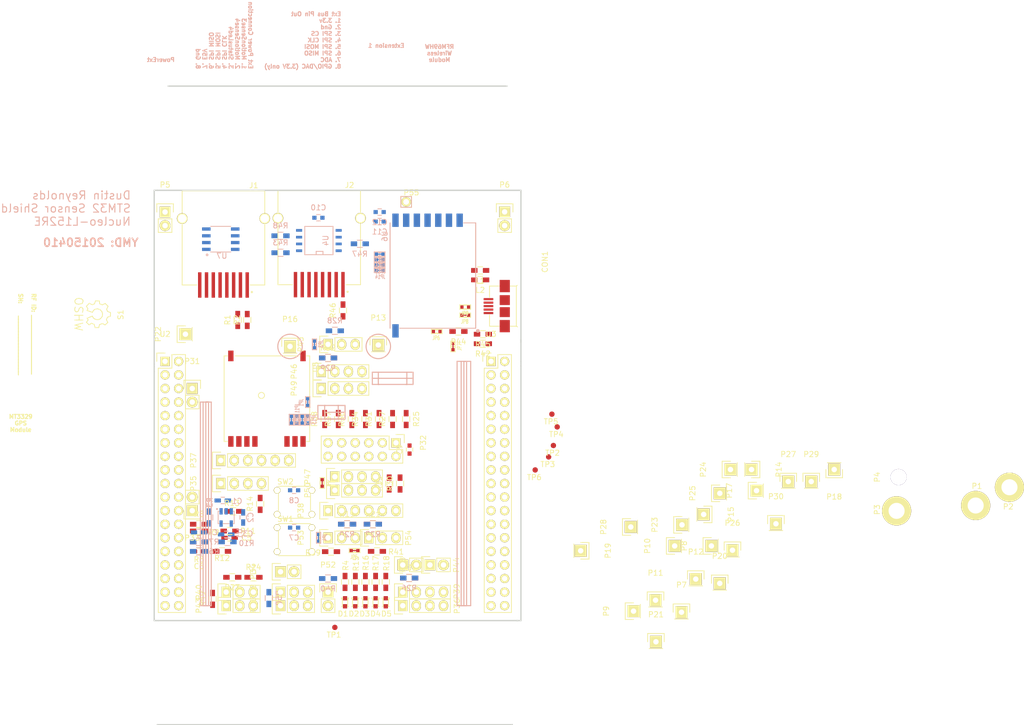
<source format=kicad_pcb>
(kicad_pcb (version 4) (host pcbnew "(2015-05-11 BZR 5650)-product")
  (title_block (title "Expansion Board for STM32 Nucleo-L152RE") (date "Sunday, April 05, 2015") (rev AA) (company "Open Source Hardware") (comment 1 "Creative Commons - Share Alike"))
  (layers (0 F.Cu signal) (31 B.Cu signal) (34 B.Paste user) (35 F.Paste user) (36 B.SilkS user) (37 F.SilkS user) (38 B.Mask user) (39 F.Mask user) (44 Edge.Cuts user))
  (net 0 "")
  (net 1 +3V3)
  (net 2 GND)
  (net 3 "Net-(J1-Pad1)")
  (net 4 "Net-(J2-Pad1)")
  (net 5 "Net-(CON1-Pad1)")
  (net 6 "Net-(CON1-Pad2)")
  (net 7 "Net-(CON1-Pad3)")
  (net 8 "Net-(CON1-Pad4)")
  (net 9 GNDPWR)
  (net 10 "Net-(JP6-Pad2)")
  (net 11 +15V)
  (net 12 5V)
  (net 13 "Net-(C2-Pad2)")
  (net 14 3.3Ctl)
  (net 15 "Net-(C4-Pad2)")
  (net 16 "Net-(C5-Pad2)")
  (net 17 "Net-(C6-Pad2)")
  (net 18 StatusButton1)
  (net 19 NRST)
  (net 20 3.3Vctl)
  (net 21 "Net-(D1-Pad2)")
  (net 22 StatusLed4)
  (net 23 EXT_SPI_SCK)
  (net 24 EXT_SPI_MOSI)
  (net 25 EXT_SPI_MISO)
  (net 26 MotionSense3)
  (net 27 MotionSense4)
  (net 28 EXT_SPI_CS)
  (net 29 EXT_ADC)
  (net 30 EXT_GPIO)
  (net 31 "Net-(JP1-Pad2)")
  (net 32 "Net-(JP2-Pad2)")
  (net 33 "Net-(JP3-Pad2)")
  (net 34 "Net-(JP4-Pad2)")
  (net 35 "Net-(JP5-Pad2)")
  (net 36 U5V)
  (net 37 StatusLed2)
  (net 38 I2C_SDA2)
  (net 39 "Net-(JP10-Pad2)")
  (net 40 USART1_RX)
  (net 41 I2C_SCL2)
  (net 42 "Net-(JP12-Pad2)")
  (net 43 USART1_TX)
  (net 44 "Net-(JP14-Pad1)")
  (net 45 SPI2_NSS)
  (net 46 "Net-(JP15-Pad1)")
  (net 47 SPI2_MOSI)
  (net 48 "Net-(JP16-Pad1)")
  (net 49 SPI2_MISO)
  (net 50 "Net-(JP17-Pad1)")
  (net 51 SPI2_SCK)
  (net 52 ServoPower)
  (net 53 E5V)
  (net 54 "Net-(P35-Pad3)")
  (net 55 "Net-(P35-Pad4)")
  (net 56 USART2_TX)
  (net 57 USART2_RX)
  (net 58 TCK)
  (net 59 TMS)
  (net 60 SWO)
  (net 61 "Net-(P38-Pad2)")
  (net 62 "Net-(P38-Pad3)")
  (net 63 "Net-(P38-Pad4)")
  (net 64 "Net-(P38-Pad5)")
  (net 65 MotionSense1)
  (net 66 MotionSense2)
  (net 67 WS1)
  (net 68 OneWireBus1)
  (net 69 I2C_SDA1)
  (net 70 I2C_SCL1)
  (net 71 WS2)
  (net 72 WS3)
  (net 73 OneWireBus2)
  (net 74 OneWireBus3)
  (net 75 "Net-(P55-Pad1)")
  (net 76 VIN_Meas1)
  (net 77 VIN_Meas2)
  (net 78 "Net-(R8-Pad2)")
  (net 79 StatusLed1)
  (net 80 StatusLed3)
  (net 81 RGB_Red)
  (net 82 RGB_Blue)
  (net 83 RGB_Green)
  (net 84 RGB_CS)
  (net 85 SWBus)
  (net 86 USB_DP)
  (net 87 FLASH_nCS)
  (net 88 USB_DM)
  (net 89 "Net-(R47-Pad1)")
  (net 90 "Net-(R48-Pad1)")
  (net 91 SensorVEnable)
  (net 92 "Net-(P40-Pad1)")
  (net 93 "Net-(P42-Pad1)")
  (net 94 "Net-(D2-Pad2)")
  (net 95 "Net-(D3-Pad2)")
  (net 96 "Net-(D4-Pad2)")
  (net 97 "Net-(D5-Pad2)")
  (net 98 "Net-(P32-Pad1)")
  (net 99 "Net-(P32-Pad3)")
  (net 100 "Net-(P32-Pad5)")
  (net 101 "Net-(P32-Pad7)")
  (net 102 "Net-(P32-Pad9)")
  (net 103 "Net-(P32-Pad11)")
  (module Pin_Headers:Pin_Header_Straight_2x19 (layer F.Cu) (at 124.46 80.01)
    (fp_text reference U2 (at 0 -5.1) (layer F.SilkS))
    (fp_text value Nucleo-L152RE-CN7)
    (pad 1 thru_hole rect (at 0 0) (size 1.7272 1.7272) (drill 1.016) (layers *.Cu *.Mask F.SilkS) (net 23 EXT_SPI_SCK))
    (pad 2 thru_hole oval (at 2.54 0) (size 1.7272 1.7272) (drill 1.016) (layers *.Cu *.Mask F.SilkS) (net 25 EXT_SPI_MISO))
    (pad 3 thru_hole oval (at 0 2.54) (size 1.7272 1.7272) (drill 1.016) (layers *.Cu *.Mask F.SilkS) (net 24 EXT_SPI_MOSI))
    (pad 4 thru_hole oval (at 2.54 2.54) (size 1.7272 1.7272) (drill 1.016) (layers *.Cu *.Mask F.SilkS) (net 28 EXT_SPI_CS))
    (pad 5 thru_hole oval (at 0 5.08) (size 1.7272 1.7272) (drill 1.016) (layers *.Cu *.Mask F.SilkS) (net 1 +3V3))
    (pad 6 thru_hole oval (at 2.54 5.08) (size 1.7272 1.7272) (drill 1.016) (layers *.Cu *.Mask F.SilkS) (net 53 E5V))
    (pad 7 thru_hole oval (at 0 7.62) (size 1.7272 1.7272) (drill 1.016) (layers *.Cu *.Mask F.SilkS))
    (pad 8 thru_hole oval (at 2.54 7.62) (size 1.7272 1.7272) (drill 1.016) (layers *.Cu *.Mask F.SilkS) (net 2 GND))
    (pad 9 thru_hole oval (at 0 10.16) (size 1.7272 1.7272) (drill 1.016) (layers *.Cu *.Mask F.SilkS))
    (pad 10 thru_hole oval (at 2.54 10.16) (size 1.7272 1.7272) (drill 1.016) (layers *.Cu *.Mask F.SilkS))
    (pad 11 thru_hole oval (at 0 12.7) (size 1.7272 1.7272) (drill 1.016) (layers *.Cu *.Mask F.SilkS))
    (pad 12 thru_hole oval (at 2.54 12.7) (size 1.7272 1.7272) (drill 1.016) (layers *.Cu *.Mask F.SilkS))
    (pad 13 thru_hole oval (at 0 15.24) (size 1.7272 1.7272) (drill 1.016) (layers *.Cu *.Mask F.SilkS) (net 59 TMS))
    (pad 14 thru_hole oval (at 2.54 15.24) (size 1.7272 1.7272) (drill 1.016) (layers *.Cu *.Mask F.SilkS) (net 19 NRST))
    (pad 15 thru_hole oval (at 0 17.78) (size 1.7272 1.7272) (drill 1.016) (layers *.Cu *.Mask F.SilkS) (net 58 TCK))
    (pad 16 thru_hole oval (at 2.54 17.78) (size 1.7272 1.7272) (drill 1.016) (layers *.Cu *.Mask F.SilkS))
    (pad 17 thru_hole oval (at 0 20.32) (size 1.7272 1.7272) (drill 1.016) (layers *.Cu *.Mask F.SilkS) (net 30 EXT_GPIO))
    (pad 18 thru_hole oval (at 2.54 20.32) (size 1.7272 1.7272) (drill 1.016) (layers *.Cu *.Mask F.SilkS) (net 12 5V))
    (pad 19 thru_hole oval (at 0 22.86) (size 1.7272 1.7272) (drill 1.016) (layers *.Cu *.Mask F.SilkS) (net 2 GND))
    (pad 20 thru_hole oval (at 2.54 22.86) (size 1.7272 1.7272) (drill 1.016) (layers *.Cu *.Mask F.SilkS) (net 2 GND))
    (pad 21 thru_hole oval (at 0 25.4) (size 1.7272 1.7272) (drill 1.016) (layers *.Cu *.Mask F.SilkS) (net 65 MotionSense1))
    (pad 22 thru_hole oval (at 2.54 25.4) (size 1.7272 1.7272) (drill 1.016) (layers *.Cu *.Mask F.SilkS) (net 2 GND))
    (pad 23 thru_hole oval (at 0 27.94) (size 1.7272 1.7272) (drill 1.016) (layers *.Cu *.Mask F.SilkS) (net 18 StatusButton1))
    (pad 24 thru_hole oval (at 2.54 27.94) (size 1.7272 1.7272) (drill 1.016) (layers *.Cu *.Mask F.SilkS) (net 11 +15V))
    (pad 25 thru_hole oval (at 0 30.48) (size 1.7272 1.7272) (drill 1.016) (layers *.Cu *.Mask F.SilkS))
    (pad 26 thru_hole oval (at 2.54 30.48) (size 1.7272 1.7272) (drill 1.016) (layers *.Cu *.Mask F.SilkS))
    (pad 27 thru_hole oval (at 0 33.02) (size 1.7272 1.7272) (drill 1.016) (layers *.Cu *.Mask F.SilkS))
    (pad 28 thru_hole oval (at 2.54 33.02) (size 1.7272 1.7272) (drill 1.016) (layers *.Cu *.Mask F.SilkS) (net 76 VIN_Meas1))
    (pad 29 thru_hole oval (at 0 35.56) (size 1.7272 1.7272) (drill 1.016) (layers *.Cu *.Mask F.SilkS))
    (pad 30 thru_hole oval (at 2.54 35.56) (size 1.7272 1.7272) (drill 1.016) (layers *.Cu *.Mask F.SilkS) (net 77 VIN_Meas2))
    (pad 31 thru_hole oval (at 0 38.1) (size 1.7272 1.7272) (drill 1.016) (layers *.Cu *.Mask F.SilkS))
    (pad 32 thru_hole oval (at 2.54 38.1) (size 1.7272 1.7272) (drill 1.016) (layers *.Cu *.Mask F.SilkS) (net 29 EXT_ADC))
    (pad 33 thru_hole oval (at 0 40.64) (size 1.7272 1.7272) (drill 1.016) (layers *.Cu *.Mask F.SilkS))
    (pad 34 thru_hole oval (at 2.54 40.64) (size 1.7272 1.7272) (drill 1.016) (layers *.Cu *.Mask F.SilkS) (net 66 MotionSense2))
    (pad 35 thru_hole oval (at 0 43.18) (size 1.7272 1.7272) (drill 1.016) (layers *.Cu *.Mask F.SilkS) (net 72 WS3))
    (pad 36 thru_hole oval (at 2.54 43.18) (size 1.7272 1.7272) (drill 1.016) (layers *.Cu *.Mask F.SilkS) (net 26 MotionSense3))
    (pad 37 thru_hole oval (at 0 45.72) (size 1.7272 1.7272) (drill 1.016) (layers *.Cu *.Mask F.SilkS) (net 91 SensorVEnable))
    (pad 38 thru_hole oval (at 2.54 45.72) (size 1.7272 1.7272) (drill 1.016) (layers *.Cu *.Mask F.SilkS) (net 27 MotionSense4))
  )
  (module Capacitors_SMD:C_0603_HandSoldering (layer B.Cu) (at 135.255 106.045 180)
    (fp_text reference C1 (at -2.667 -0.127 180) (layer B.SilkS) (effects (justify mirror)))
    (fp_text value 1u)
    (pad 1 smd rect (at -0.95 0 180) (size 1.2 0.75) (layers B.Cu B.Paste B.Mask) (net 2 GND))
    (pad 2 smd rect (at 0.95 0 180) (size 1.2 0.75) (layers B.Cu B.Paste B.Mask) (net 12 5V))
  )
  (module Capacitors_SMD:C_0603 (layer B.Cu) (at 148.59 104.14)
    (fp_text reference C8 (at 0 1.9) (layer B.SilkS) (effects (justify mirror)))
    (fp_text value 0.1u)
    (pad 1 smd rect (at -0.75 0) (size 0.8 0.75) (layers B.Cu B.Paste B.Mask) (net 19 NRST))
    (pad 2 smd rect (at 0.75 0) (size 0.8 0.75) (layers B.Cu B.Paste B.Mask) (net 2 GND))
  )
  (module Capacitors_SMD:C_0603 (layer F.Cu) (at 170.18 96.52 90)
    (fp_text reference C9 (at 0 -1.9 90) (layer F.SilkS))
    (fp_text value 0.1u)
    (pad 1 smd rect (at -0.75 0 90) (size 0.8 0.75) (layers F.Cu F.Paste F.Mask) (net 20 3.3Vctl))
    (pad 2 smd rect (at 0.75 0 90) (size 0.8 0.75) (layers F.Cu F.Paste F.Mask) (net 2 GND))
  )
  (module Capacitors_SMD:C_0603 (layer B.Cu) (at 153.1366 53.1368 180)
    (fp_text reference C10 (at 0 1.9 180) (layer B.SilkS) (effects (justify mirror)))
    (fp_text value 0.1u)
    (pad 1 smd rect (at -0.75 0 180) (size 0.8 0.75) (layers B.Cu B.Paste B.Mask) (net 1 +3V3))
    (pad 2 smd rect (at 0.75 0 180) (size 0.8 0.75) (layers B.Cu B.Paste B.Mask) (net 2 GND))
  )
  (module Capacitors_SMD:C_0603 (layer B.Cu) (at 164.592 53.848)
    (fp_text reference C11 (at 0 1.9) (layer B.SilkS) (effects (justify mirror)))
    (fp_text value 0.1u)
    (pad 1 smd rect (at -0.75 0) (size 0.8 0.75) (layers B.Cu B.Paste B.Mask) (net 1 +3V3))
    (pad 2 smd rect (at 0.75 0) (size 0.8 0.75) (layers B.Cu B.Paste B.Mask) (net 2 GND))
  )
  (module Capacitors_SMD:C_0603 (layer B.Cu) (at 164.592 52.07)
    (fp_text reference C12 (at 0 1.9) (layer B.SilkS) (effects (justify mirror)))
    (fp_text value 0.1u)
    (pad 1 smd rect (at -0.75 0) (size 0.8 0.75) (layers B.Cu B.Paste B.Mask) (net 1 +3V3))
    (pad 2 smd rect (at 0.75 0) (size 0.8 0.75) (layers B.Cu B.Paste B.Mask) (net 2 GND))
  )
  (module Resistors_SMD:R_0603_HandSoldering (layer F.Cu) (at 138.049 72.263 90)
    (fp_text reference R1 (at 0 -1.9 90) (layer F.SilkS))
    (fp_text value 0)
    (pad 1 smd rect (at -1.1 0 90) (size 1.2 0.9) (layers F.Cu F.Paste F.Mask) (net 12 5V))
    (pad 2 smd rect (at 1.1 0 90) (size 1.2 0.9) (layers F.Cu F.Paste F.Mask) (net 3 "Net-(J1-Pad1)"))
  )
  (module Resistors_SMD:R_0603_HandSoldering (layer F.Cu) (at 139.827 72.263 90)
    (fp_text reference R2 (at 0 -1.9 90) (layer F.SilkS))
    (fp_text value 0)
    (pad 1 smd rect (at -1.1 0 90) (size 1.2 0.9) (layers F.Cu F.Paste F.Mask) (net 1 +3V3))
    (pad 2 smd rect (at 1.1 0 90) (size 1.2 0.9) (layers F.Cu F.Paste F.Mask) (net 3 "Net-(J1-Pad1)"))
  )
  (module Resistors_SMD:R_0603_HandSoldering (layer B.Cu) (at 132.715 109.22 270)
    (fp_text reference R3 (at -2.794 -0.127 270) (layer B.SilkS) (effects (justify mirror)))
    (fp_text value 0)
    (pad 1 smd rect (at -1.1 0 270) (size 1.2 0.9) (layers B.Cu B.Paste B.Mask) (net 1 +3V3))
    (pad 2 smd rect (at 1.1 0 270) (size 1.2 0.9) (layers B.Cu B.Paste B.Mask) (net 14 3.3Ctl))
  )
  (module Resistors_SMD:R_0603_HandSoldering (layer F.Cu) (at 130.81 113.792 180)
    (fp_text reference R5 (at 0 -3.302 180) (layer F.SilkS))
    (fp_text value 0)
    (pad 1 smd rect (at -1.1 0 180) (size 1.2 0.9) (layers F.Cu F.Paste F.Mask) (net 16 "Net-(C5-Pad2)"))
    (pad 2 smd rect (at 1.1 0 180) (size 1.2 0.9) (layers F.Cu F.Paste F.Mask) (net 76 VIN_Meas1))
  )
  (module Resistors_SMD:R_0603_HandSoldering (layer B.Cu) (at 130.81 115.57 180)
    (fp_text reference R6 (at -2.794 0 180) (layer B.SilkS) (effects (justify mirror)))
    (fp_text value 0)
    (pad 1 smd rect (at -1.1 0 180) (size 1.2 0.9) (layers B.Cu B.Paste B.Mask) (net 17 "Net-(C6-Pad2)"))
    (pad 2 smd rect (at 1.1 0 180) (size 1.2 0.9) (layers B.Cu B.Paste B.Mask) (net 77 VIN_Meas2))
  )
  (module Resistors_SMD:R_0603_HandSoldering (layer B.Cu) (at 130.81 113.792 180)
    (fp_text reference R7 (at -2.794 0 180) (layer B.SilkS) (effects (justify mirror)))
    (fp_text value 0)
    (pad 1 smd rect (at -1.1 0 180) (size 1.2 0.9) (layers B.Cu B.Paste B.Mask) (net 15 "Net-(C4-Pad2)"))
    (pad 2 smd rect (at 1.1 0 180) (size 1.2 0.9) (layers B.Cu B.Paste B.Mask) (net 76 VIN_Meas1))
  )
  (module Resistors_SMD:R_0603_HandSoldering (layer F.Cu) (at 130.81 110.49)
    (fp_text reference R8 (at 0 -1.9) (layer F.SilkS))
    (fp_text value 0)
    (pad 1 smd rect (at -1.1 0) (size 1.2 0.9) (layers F.Cu F.Paste F.Mask) (net 11 +15V))
    (pad 2 smd rect (at 1.1 0) (size 1.2 0.9) (layers F.Cu F.Paste F.Mask) (net 78 "Net-(R8-Pad2)"))
  )
  (module Resistors_SMD:R_0603_HandSoldering (layer F.Cu) (at 130.81 111.76 180)
    (fp_text reference R9 (at -2.794 -0.254 180) (layer F.SilkS))
    (fp_text value "3.6M 1%")
    (pad 1 smd rect (at -1.1 0 180) (size 1.2 0.9) (layers F.Cu F.Paste F.Mask) (net 78 "Net-(R8-Pad2)"))
    (pad 2 smd rect (at 1.1 0 180) (size 1.2 0.9) (layers F.Cu F.Paste F.Mask) (net 15 "Net-(C4-Pad2)"))
  )
  (module Resistors_SMD:R_0603_HandSoldering (layer B.Cu) (at 136.144 113.792)
    (fp_text reference R10 (at 3.556 0.254) (layer B.SilkS) (effects (justify mirror)))
    (fp_text value "976k 1%")
    (pad 1 smd rect (at -1.1 0) (size 1.2 0.9) (layers B.Cu B.Paste B.Mask) (net 15 "Net-(C4-Pad2)"))
    (pad 2 smd rect (at 1.1 0) (size 1.2 0.9) (layers B.Cu B.Paste B.Mask) (net 2 GND))
  )
  (module Resistors_SMD:R_0603_HandSoldering (layer F.Cu) (at 136.525 111.76)
    (fp_text reference R11 (at 3.429 0) (layer F.SilkS))
    (fp_text value "976k 1%")
    (pad 1 smd rect (at -1.1 0) (size 1.2 0.9) (layers F.Cu F.Paste F.Mask) (net 16 "Net-(C5-Pad2)"))
    (pad 2 smd rect (at 1.1 0) (size 1.2 0.9) (layers F.Cu F.Paste F.Mask) (net 2 GND))
  )
  (module Resistors_SMD:R_0603_HandSoldering (layer F.Cu) (at 135.128 115.57)
    (fp_text reference R12 (at 0 1.27) (layer F.SilkS))
    (fp_text value "976k 1%")
    (pad 1 smd rect (at -1.1 0) (size 1.2 0.9) (layers F.Cu F.Paste F.Mask) (net 17 "Net-(C6-Pad2)"))
    (pad 2 smd rect (at 1.1 0) (size 1.2 0.9) (layers F.Cu F.Paste F.Mask) (net 2 GND))
  )
  (module Resistors_SMD:R_0603_HandSoldering (layer F.Cu) (at 137.2362 108.077 180)
    (fp_text reference R13 (at 0.254 1.524 180) (layer F.SilkS))
    (fp_text value "332k 1%")
    (pad 1 smd rect (at -1.1 0 180) (size 1.2 0.9) (layers F.Cu F.Paste F.Mask) (net 54 "Net-(P35-Pad3)"))
    (pad 2 smd rect (at 1.1 0 180) (size 1.2 0.9) (layers F.Cu F.Paste F.Mask) (net 16 "Net-(C5-Pad2)"))
  )
  (module Resistors_SMD:R_0603_HandSoldering (layer F.Cu) (at 142.24 106.68 90)
    (fp_text reference R14 (at 0 -1.9 90) (layer F.SilkS))
    (fp_text value "332k 1%")
    (pad 1 smd rect (at -1.1 0 90) (size 1.2 0.9) (layers F.Cu F.Paste F.Mask) (net 17 "Net-(C6-Pad2)"))
    (pad 2 smd rect (at 1.1 0 90) (size 1.2 0.9) (layers F.Cu F.Paste F.Mask) (net 55 "Net-(P35-Pad4)"))
  )
  (module Resistors_SMD:R_0603_HandSoldering (layer F.Cu) (at 160.0454 121.285 270)
    (fp_text reference R15 (at -3.4544 -0.127 270) (layer F.SilkS))
    (fp_text value 1K)
    (pad 1 smd rect (at -1.1 0 270) (size 1.2 0.9) (layers F.Cu F.Paste F.Mask) (net 79 StatusLed1))
    (pad 2 smd rect (at 1.1 0 270) (size 1.2 0.9) (layers F.Cu F.Paste F.Mask) (net 94 "Net-(D2-Pad2)"))
  )
  (module Resistors_SMD:R_0603_HandSoldering (layer F.Cu) (at 161.925 121.285 270)
    (fp_text reference R16 (at -3.556 -0.0762 270) (layer F.SilkS))
    (fp_text value 1k)
    (pad 1 smd rect (at -1.1 0 270) (size 1.2 0.9) (layers F.Cu F.Paste F.Mask) (net 37 StatusLed2))
    (pad 2 smd rect (at 1.1 0 270) (size 1.2 0.9) (layers F.Cu F.Paste F.Mask) (net 95 "Net-(D3-Pad2)"))
  )
  (module Resistors_SMD:R_0603_HandSoldering (layer F.Cu) (at 163.83 121.285 90)
    (fp_text reference R17 (at 3.4798 0.0254 90) (layer F.SilkS))
    (fp_text value 1k)
    (pad 1 smd rect (at -1.1 0 90) (size 1.2 0.9) (layers F.Cu F.Paste F.Mask) (net 80 StatusLed3))
    (pad 2 smd rect (at 1.1 0 90) (size 1.2 0.9) (layers F.Cu F.Paste F.Mask) (net 96 "Net-(D4-Pad2)"))
  )
  (module Resistors_SMD:R_0603_HandSoldering (layer F.Cu) (at 165.735 121.285 90)
    (fp_text reference R18 (at 3.4798 0.127 90) (layer F.SilkS))
    (fp_text value 1k)
    (pad 1 smd rect (at -1.1 0 90) (size 1.2 0.9) (layers F.Cu F.Paste F.Mask) (net 22 StatusLed4))
    (pad 2 smd rect (at 1.1 0 90) (size 1.2 0.9) (layers F.Cu F.Paste F.Mask) (net 97 "Net-(D5-Pad2)"))
  )
  (module Resistors_SMD:R_0603_HandSoldering (layer F.Cu) (at 158.496 110.49)
    (fp_text reference R19 (at 0 -1.9) (layer F.SilkS))
    (fp_text value 220)
    (pad 1 smd rect (at -1.1 0) (size 1.2 0.9) (layers F.Cu F.Paste F.Mask) (net 61 "Net-(P38-Pad2)"))
    (pad 2 smd rect (at 1.1 0) (size 1.2 0.9) (layers F.Cu F.Paste F.Mask) (net 81 RGB_Red))
  )
  (module Resistors_SMD:R_0603_HandSoldering (layer B.Cu) (at 158.496 110.49)
    (fp_text reference R20 (at 0 1.9) (layer B.SilkS) (effects (justify mirror)))
    (fp_text value 220)
    (pad 1 smd rect (at -1.1 0) (size 1.2 0.9) (layers B.Cu B.Paste B.Mask) (net 62 "Net-(P38-Pad3)"))
    (pad 2 smd rect (at 1.1 0) (size 1.2 0.9) (layers B.Cu B.Paste B.Mask) (net 82 RGB_Blue))
  )
  (module Resistors_SMD:R_0603_HandSoldering (layer F.Cu) (at 163.322 110.49)
    (fp_text reference R21 (at 0 -1.9) (layer F.SilkS))
    (fp_text value 220)
    (pad 1 smd rect (at -1.1 0) (size 1.2 0.9) (layers F.Cu F.Paste F.Mask) (net 63 "Net-(P38-Pad4)"))
    (pad 2 smd rect (at 1.1 0) (size 1.2 0.9) (layers F.Cu F.Paste F.Mask) (net 83 RGB_Green))
  )
  (module Resistors_SMD:R_0603_HandSoldering (layer B.Cu) (at 163.322 110.49)
    (fp_text reference R22 (at 0 1.9) (layer B.SilkS) (effects (justify mirror)))
    (fp_text value 220)
    (pad 1 smd rect (at -1.1 0) (size 1.2 0.9) (layers B.Cu B.Paste B.Mask) (net 64 "Net-(P38-Pad5)"))
    (pad 2 smd rect (at 1.1 0) (size 1.2 0.9) (layers B.Cu B.Paste B.Mask) (net 84 RGB_CS))
  )
  (module Resistors_SMD:R_0603_HandSoldering (layer F.Cu) (at 137.033 120.4214 180)
    (fp_text reference R23 (at 0 -1.9 180) (layer F.SilkS))
    (fp_text value 0)
    (pad 1 smd rect (at -1.1 0 180) (size 1.2 0.9) (layers F.Cu F.Paste F.Mask) (net 52 ServoPower))
    (pad 2 smd rect (at 1.1 0 180) (size 1.2 0.9) (layers F.Cu F.Paste F.Mask) (net 92 "Net-(P40-Pad1)"))
  )
  (module Resistors_SMD:R_0603_HandSoldering (layer F.Cu) (at 140.9954 120.4214)
    (fp_text reference R24 (at 0 -1.9) (layer F.SilkS))
    (fp_text value 0)
    (pad 1 smd rect (at -1.1 0) (size 1.2 0.9) (layers F.Cu F.Paste F.Mask) (net 52 ServoPower))
    (pad 2 smd rect (at 1.1 0) (size 1.2 0.9) (layers F.Cu F.Paste F.Mask) (net 93 "Net-(P42-Pad1)"))
  )
  (module Resistors_SMD:R_0603_HandSoldering (layer F.Cu) (at 169.545 90.805 270)
    (fp_text reference R25 (at 0 -1.9 270) (layer F.SilkS))
    (fp_text value 10k)
    (pad 1 smd rect (at -1.1 0 270) (size 1.2 0.9) (layers F.Cu F.Paste F.Mask) (net 85 SWBus))
    (pad 2 smd rect (at 1.1 0 270) (size 1.2 0.9) (layers F.Cu F.Paste F.Mask) (net 2 GND))
  )
  (module Resistors_SMD:R_0603_HandSoldering (layer B.Cu) (at 170.1038 120.5484)
    (fp_text reference R26 (at 0 1.9) (layer B.SilkS) (effects (justify mirror)))
    (fp_text value 0)
    (pad 1 smd rect (at -1.1 0) (size 1.2 0.9) (layers B.Cu B.Paste B.Mask) (net 20 3.3Vctl))
    (pad 2 smd rect (at 1.1 0) (size 1.2 0.9) (layers B.Cu B.Paste B.Mask) (net 67 WS1))
  )
  (module Resistors_SMD:R_0603_HandSoldering (layer F.Cu) (at 167.005 90.805 90)
    (fp_text reference R27 (at 0 -1.9 90) (layer F.SilkS))
    (fp_text value 10k)
    (pad 1 smd rect (at -1.1 0 90) (size 1.2 0.9) (layers F.Cu F.Paste F.Mask) (net 98 "Net-(P32-Pad1)"))
    (pad 2 smd rect (at 1.1 0 90) (size 1.2 0.9) (layers F.Cu F.Paste F.Mask) (net 85 SWBus))
  )
  (module Resistors_SMD:R_0603_HandSoldering (layer B.Cu) (at 156.21 74.295 180)
    (fp_text reference R28 (at 0 1.9 180) (layer B.SilkS) (effects (justify mirror)))
    (fp_text value 4.7k)
    (pad 1 smd rect (at -1.1 0 180) (size 1.2 0.9) (layers B.Cu B.Paste B.Mask) (net 68 OneWireBus1))
    (pad 2 smd rect (at 1.1 0 180) (size 1.2 0.9) (layers B.Cu B.Paste B.Mask) (net 33 "Net-(JP3-Pad2)"))
  )
  (module Resistors_SMD:R_0603_HandSoldering (layer F.Cu) (at 170.1038 120.5484)
    (fp_text reference R35 (at 0 -1.9) (layer F.SilkS))
    (fp_text value 0)
    (pad 1 smd rect (at -1.1 0) (size 1.2 0.9) (layers F.Cu F.Paste F.Mask) (net 20 3.3Vctl))
    (pad 2 smd rect (at 1.1 0) (size 1.2 0.9) (layers F.Cu F.Paste F.Mask) (net 71 WS2))
  )
  (module Resistors_SMD:R_0603_HandSoldering (layer F.Cu) (at 159.385 90.805 90)
    (fp_text reference R36 (at 0 -1.9 90) (layer F.SilkS))
    (fp_text value 680)
    (pad 1 smd rect (at -1.1 0 90) (size 1.2 0.9) (layers F.Cu F.Paste F.Mask) (net 101 "Net-(P32-Pad7)"))
    (pad 2 smd rect (at 1.1 0 90) (size 1.2 0.9) (layers F.Cu F.Paste F.Mask) (net 85 SWBus))
  )
  (module Resistors_SMD:R_0603_HandSoldering (layer F.Cu) (at 156.845 90.805 90)
    (fp_text reference R37 (at 0 -1.9 90) (layer F.SilkS))
    (fp_text value 390)
    (pad 1 smd rect (at -1.1 0 90) (size 1.2 0.9) (layers F.Cu F.Paste F.Mask) (net 102 "Net-(P32-Pad9)"))
    (pad 2 smd rect (at 1.1 0 90) (size 1.2 0.9) (layers F.Cu F.Paste F.Mask) (net 85 SWBus))
  )
  (module Resistors_SMD:R_0603_HandSoldering (layer F.Cu) (at 154.305 90.805 90)
    (fp_text reference R38 (at 0 -1.9 90) (layer F.SilkS))
    (fp_text value 220)
    (pad 1 smd rect (at -1.1 0 90) (size 1.2 0.9) (layers F.Cu F.Paste F.Mask) (net 103 "Net-(P32-Pad11)"))
    (pad 2 smd rect (at 1.1 0 90) (size 1.2 0.9) (layers F.Cu F.Paste F.Mask) (net 85 SWBus))
  )
  (module Resistors_SMD:R_0603_HandSoldering (layer F.Cu) (at 155.4988 115.6208 180)
    (fp_text reference R39 (at 3.3782 -0.2032 180) (layer F.SilkS))
    (fp_text value 4.7k)
    (pad 1 smd rect (at -1.1 0 180) (size 1.2 0.9) (layers F.Cu F.Paste F.Mask) (net 73 OneWireBus2))
    (pad 2 smd rect (at 1.1 0 180) (size 1.2 0.9) (layers F.Cu F.Paste F.Mask) (net 34 "Net-(JP4-Pad2)"))
  )
  (module Resistors_SMD:R_0603_HandSoldering (layer B.Cu) (at 154.94 120.65)
    (fp_text reference R40 (at 0 1.9) (layer B.SilkS) (effects (justify mirror)))
    (fp_text value 0)
    (pad 1 smd rect (at -1.1 0) (size 1.2 0.9) (layers B.Cu B.Paste B.Mask) (net 20 3.3Vctl))
    (pad 2 smd rect (at 1.1 0) (size 1.2 0.9) (layers B.Cu B.Paste B.Mask) (net 72 WS3))
  )
  (module Resistors_SMD:R_0603_HandSoldering (layer F.Cu) (at 164.084 115.57 180)
    (fp_text reference R41 (at -3.5814 -0.0762 180) (layer F.SilkS))
    (fp_text value 4.7k)
    (pad 1 smd rect (at -1.1 0 180) (size 1.2 0.9) (layers F.Cu F.Paste F.Mask) (net 74 OneWireBus3))
    (pad 2 smd rect (at 1.1 0 180) (size 1.2 0.9) (layers F.Cu F.Paste F.Mask) (net 35 "Net-(JP5-Pad2)"))
  )
  (module Resistors_SMD:R_0603_HandSoldering (layer F.Cu) (at 183.896 76.708 180)
    (fp_text reference R42 (at 0 -1.9 180) (layer F.SilkS))
    (fp_text value 33)
    (pad 1 smd rect (at -1.1 0 180) (size 1.2 0.9) (layers F.Cu F.Paste F.Mask) (net 86 USB_DP))
    (pad 2 smd rect (at 1.1 0 180) (size 1.2 0.9) (layers F.Cu F.Paste F.Mask) (net 7 "Net-(CON1-Pad3)"))
  )
  (module Resistors_SMD:R_0603_HandSoldering (layer B.Cu) (at 146.05 59.69 180)
    (fp_text reference R43 (at 0 1.9 180) (layer B.SilkS) (effects (justify mirror)))
    (fp_text value 100k)
    (pad 1 smd rect (at -1.1 0 180) (size 1.2 0.9) (layers B.Cu B.Paste B.Mask) (net 87 FLASH_nCS))
    (pad 2 smd rect (at 1.1 0 180) (size 1.2 0.9) (layers B.Cu B.Paste B.Mask) (net 1 +3V3))
  )
  (module Resistors_SMD:R_0603_HandSoldering (layer F.Cu) (at 179.324 74.422 180)
    (fp_text reference R44 (at 0 -1.9 180) (layer F.SilkS))
    (fp_text value 0)
    (pad 1 smd rect (at -1.1 0 180) (size 1.2 0.9) (layers F.Cu F.Paste F.Mask) (net 5 "Net-(CON1-Pad1)"))
    (pad 2 smd rect (at 1.1 0 180) (size 1.2 0.9) (layers F.Cu F.Paste F.Mask) (net 10 "Net-(JP6-Pad2)"))
  )
  (module Pin_Headers:Pin_Header_Straight_2x19 (layer F.Cu) (at 185.42 80.01)
    (fp_text reference U3 (at 0 -5.1) (layer F.SilkS))
    (fp_text value Nucleo-L152RE-CN10)
    (pad 1 thru_hole rect (at 0 0) (size 1.7272 1.7272) (drill 1.016) (layers *.Cu *.Mask F.SilkS) (net 84 RGB_CS))
    (pad 2 thru_hole oval (at 2.54 0) (size 1.7272 1.7272) (drill 1.016) (layers *.Cu *.Mask F.SilkS) (net 87 FLASH_nCS))
    (pad 3 thru_hole oval (at 0 2.54) (size 1.7272 1.7272) (drill 1.016) (layers *.Cu *.Mask F.SilkS) (net 70 I2C_SCL1))
    (pad 4 thru_hole oval (at 2.54 2.54) (size 1.7272 1.7272) (drill 1.016) (layers *.Cu *.Mask F.SilkS) (net 68 OneWireBus1))
    (pad 5 thru_hole oval (at 0 5.08) (size 1.7272 1.7272) (drill 1.016) (layers *.Cu *.Mask F.SilkS) (net 69 I2C_SDA1))
    (pad 6 thru_hole oval (at 2.54 5.08) (size 1.7272 1.7272) (drill 1.016) (layers *.Cu *.Mask F.SilkS) (net 85 SWBus))
    (pad 7 thru_hole oval (at 0 7.62) (size 1.7272 1.7272) (drill 1.016) (layers *.Cu *.Mask F.SilkS))
    (pad 8 thru_hole oval (at 2.54 7.62) (size 1.7272 1.7272) (drill 1.016) (layers *.Cu *.Mask F.SilkS) (net 36 U5V))
    (pad 9 thru_hole oval (at 0 10.16) (size 1.7272 1.7272) (drill 1.016) (layers *.Cu *.Mask F.SilkS) (net 2 GND))
    (pad 10 thru_hole oval (at 2.54 10.16) (size 1.7272 1.7272) (drill 1.016) (layers *.Cu *.Mask F.SilkS))
    (pad 11 thru_hole oval (at 0 12.7) (size 1.7272 1.7272) (drill 1.016) (layers *.Cu *.Mask F.SilkS) (net 81 RGB_Red))
    (pad 12 thru_hole oval (at 2.54 12.7) (size 1.7272 1.7272) (drill 1.016) (layers *.Cu *.Mask F.SilkS) (net 86 USB_DP))
    (pad 13 thru_hole oval (at 0 15.24) (size 1.7272 1.7272) (drill 1.016) (layers *.Cu *.Mask F.SilkS) (net 83 RGB_Green))
    (pad 14 thru_hole oval (at 2.54 15.24) (size 1.7272 1.7272) (drill 1.016) (layers *.Cu *.Mask F.SilkS) (net 88 USB_DM))
    (pad 15 thru_hole oval (at 0 17.78) (size 1.7272 1.7272) (drill 1.016) (layers *.Cu *.Mask F.SilkS) (net 82 RGB_Blue))
    (pad 16 thru_hole oval (at 2.54 17.78) (size 1.7272 1.7272) (drill 1.016) (layers *.Cu *.Mask F.SilkS) (net 45 SPI2_NSS))
    (pad 17 thru_hole oval (at 0 20.32) (size 1.7272 1.7272) (drill 1.016) (layers *.Cu *.Mask F.SilkS) (net 80 StatusLed3))
    (pad 18 thru_hole oval (at 2.54 20.32) (size 1.7272 1.7272) (drill 1.016) (layers *.Cu *.Mask F.SilkS) (net 38 I2C_SDA2))
    (pad 19 thru_hole oval (at 0 22.86) (size 1.7272 1.7272) (drill 1.016) (layers *.Cu *.Mask F.SilkS) (net 74 OneWireBus3))
    (pad 20 thru_hole oval (at 2.54 22.86) (size 1.7272 1.7272) (drill 1.016) (layers *.Cu *.Mask F.SilkS) (net 2 GND))
    (pad 21 thru_hole oval (at 0 25.4) (size 1.7272 1.7272) (drill 1.016) (layers *.Cu *.Mask F.SilkS) (net 43 USART1_TX))
    (pad 22 thru_hole oval (at 2.54 25.4) (size 1.7272 1.7272) (drill 1.016) (layers *.Cu *.Mask F.SilkS) (net 73 OneWireBus2))
    (pad 23 thru_hole oval (at 0 27.94) (size 1.7272 1.7272) (drill 1.016) (layers *.Cu *.Mask F.SilkS) (net 22 StatusLed4))
    (pad 24 thru_hole oval (at 2.54 27.94) (size 1.7272 1.7272) (drill 1.016) (layers *.Cu *.Mask F.SilkS) (net 67 WS1))
    (pad 25 thru_hole oval (at 0 30.48) (size 1.7272 1.7272) (drill 1.016) (layers *.Cu *.Mask F.SilkS) (net 41 I2C_SCL2))
    (pad 26 thru_hole oval (at 2.54 30.48) (size 1.7272 1.7272) (drill 1.016) (layers *.Cu *.Mask F.SilkS) (net 47 SPI2_MOSI))
    (pad 27 thru_hole oval (at 0 33.02) (size 1.7272 1.7272) (drill 1.016) (layers *.Cu *.Mask F.SilkS) (net 79 StatusLed1))
    (pad 28 thru_hole oval (at 2.54 33.02) (size 1.7272 1.7272) (drill 1.016) (layers *.Cu *.Mask F.SilkS) (net 49 SPI2_MISO))
    (pad 29 thru_hole oval (at 0 35.56) (size 1.7272 1.7272) (drill 1.016) (layers *.Cu *.Mask F.SilkS) (net 37 StatusLed2))
    (pad 30 thru_hole oval (at 2.54 35.56) (size 1.7272 1.7272) (drill 1.016) (layers *.Cu *.Mask F.SilkS) (net 51 SPI2_SCK))
    (pad 31 thru_hole oval (at 0 38.1) (size 1.7272 1.7272) (drill 1.016) (layers *.Cu *.Mask F.SilkS) (net 60 SWO))
    (pad 32 thru_hole oval (at 2.54 38.1) (size 1.7272 1.7272) (drill 1.016) (layers *.Cu *.Mask F.SilkS))
    (pad 33 thru_hole oval (at 0 40.64) (size 1.7272 1.7272) (drill 1.016) (layers *.Cu *.Mask F.SilkS) (net 40 USART1_RX))
    (pad 34 thru_hole oval (at 2.54 40.64) (size 1.7272 1.7272) (drill 1.016) (layers *.Cu *.Mask F.SilkS) (net 71 WS2))
    (pad 35 thru_hole oval (at 0 43.18) (size 1.7272 1.7272) (drill 1.016) (layers *.Cu *.Mask F.SilkS) (net 56 USART2_TX))
    (pad 36 thru_hole oval (at 2.54 43.18) (size 1.7272 1.7272) (drill 1.016) (layers *.Cu *.Mask F.SilkS))
    (pad 37 thru_hole oval (at 0 45.72) (size 1.7272 1.7272) (drill 1.016) (layers *.Cu *.Mask F.SilkS) (net 57 USART2_RX))
    (pad 38 thru_hole oval (at 2.54 45.72) (size 1.7272 1.7272) (drill 1.016) (layers *.Cu *.Mask F.SilkS))
  )
  (module nucleo:RJ45_SMD (layer F.Cu) (at 135.382 53.2765 180)
    (fp_text reference J1 (at -5.6642 6.1722 180) (layer F.SilkS))
    (fp_text value EXTPower)
    (pad 1 smd rect (at -4.44 -12.445 180) (size 0.64 4.75) (layers F.Cu F.Paste F.Mask) (net 3 "Net-(J1-Pad1)"))
    (pad 2 smd rect (at -3.17 -12.445 180) (size 0.64 4.75) (layers F.Cu F.Paste F.Mask) (net 2 GND))
    (pad 3 smd rect (at -1.9 -12.445 180) (size 0.64 4.75) (layers F.Cu F.Paste F.Mask) (net 22 StatusLed4))
    (pad 4 smd rect (at -0.63 -12.445 180) (size 0.64 4.75) (layers F.Cu F.Paste F.Mask) (net 23 EXT_SPI_SCK))
    (pad 5 smd rect (at 0.63 -12.445 180) (size 0.64 4.75) (layers F.Cu F.Paste F.Mask) (net 24 EXT_SPI_MOSI))
    (pad 6 smd rect (at 1.9 -12.445 180) (size 0.64 4.75) (layers F.Cu F.Paste F.Mask) (net 25 EXT_SPI_MISO))
    (pad 7 smd rect (at 3.17 -12.445 180) (size 0.64 4.75) (layers F.Cu F.Paste F.Mask) (net 26 MotionSense3))
    (pad 8 smd rect (at 4.44 -12.445 180) (size 0.64 4.75) (layers F.Cu F.Paste F.Mask) (net 27 MotionSense4))
    (pad 9 thru_hole circle (at -7.72 0 180) (size 2 2) (drill 1.57) (layers *.Cu *.Mask F.SilkS) (net 2 GND))
    (pad 9 thru_hole circle (at 7.72 0 180) (size 2 2) (drill 1.57) (layers *.Cu *.Mask F.SilkS) (net 2 GND))
  )
  (module nucleo:RJ45_SMD (layer F.Cu) (at 153.289 53.213 180)
    (fp_text reference J2 (at -5.6642 6.1722 180) (layer F.SilkS))
    (fp_text value EXT)
    (pad 1 smd rect (at -4.44 -12.445 180) (size 0.64 4.75) (layers F.Cu F.Paste F.Mask) (net 4 "Net-(J2-Pad1)"))
    (pad 2 smd rect (at -3.17 -12.445 180) (size 0.64 4.75) (layers F.Cu F.Paste F.Mask) (net 2 GND))
    (pad 3 smd rect (at -1.9 -12.445 180) (size 0.64 4.75) (layers F.Cu F.Paste F.Mask) (net 28 EXT_SPI_CS))
    (pad 4 smd rect (at -0.63 -12.445 180) (size 0.64 4.75) (layers F.Cu F.Paste F.Mask) (net 23 EXT_SPI_SCK))
    (pad 5 smd rect (at 0.63 -12.445 180) (size 0.64 4.75) (layers F.Cu F.Paste F.Mask) (net 24 EXT_SPI_MOSI))
    (pad 6 smd rect (at 1.9 -12.445 180) (size 0.64 4.75) (layers F.Cu F.Paste F.Mask) (net 25 EXT_SPI_MISO))
    (pad 7 smd rect (at 3.17 -12.445 180) (size 0.64 4.75) (layers F.Cu F.Paste F.Mask) (net 29 EXT_ADC))
    (pad 8 smd rect (at 4.44 -12.445 180) (size 0.64 4.75) (layers F.Cu F.Paste F.Mask) (net 30 EXT_GPIO))
    (pad 9 thru_hole circle (at -7.72 0 180) (size 2 2) (drill 1.57) (layers *.Cu *.Mask F.SilkS) (net 2 GND))
    (pad 9 thru_hole circle (at 7.72 0 180) (size 2 2) (drill 1.57) (layers *.Cu *.Mask F.SilkS) (net 2 GND))
  )
  (module nucleo:Tact_switch (layer F.Cu) (at 145.415 111.125)
    (fp_text reference SW1 (at 1.54686 -1.6129) (layer F.SilkS))
    (fp_text value MomentarySwitch)
    (pad 1 thru_hole circle (at -0.00134 -0.0021) (size 1.25 1.25) (drill 0.99) (layers *.Cu *.Mask F.SilkS) (net 18 StatusButton1))
    (pad 3 thru_hole circle (at 6.49866 -0.0021) (size 1.25 1.25) (drill 0.99) (layers *.Cu *.Mask F.SilkS) (net 2 GND))
    (pad 2 thru_hole circle (at -0.00134 4.4979) (size 1.25 1.25) (drill 0.99) (layers *.Cu *.Mask F.SilkS) (net 18 StatusButton1))
    (pad 4 thru_hole circle (at 6.49866 4.4979) (size 1.25 1.25) (drill 0.99) (layers *.Cu *.Mask F.SilkS) (net 2 GND))
  )
  (module nucleo:USB_micro_AB (layer F.Cu) (at 187.9854 69.6722 90)
    (fp_text reference CON1 (at 8.2804 7.5184 90) (layer F.SilkS))
    (fp_text value USB-MICRO-B)
    (pad 1 smd rect (at -1.3 -3.05 90) (size 0.4 1.8) (layers F.Cu F.Paste F.Mask) (net 5 "Net-(CON1-Pad1)"))
    (pad 2 smd rect (at -0.65 -3.05 90) (size 0.4 1.8) (layers F.Cu F.Paste F.Mask) (net 6 "Net-(CON1-Pad2)"))
    (pad 3 smd rect (at 0 -3.05 90) (size 0.4 1.8) (layers F.Cu F.Paste F.Mask) (net 7 "Net-(CON1-Pad3)"))
    (pad 4 smd rect (at 0.65 -3.05 90) (size 0.4 1.8) (layers F.Cu F.Paste F.Mask) (net 8 "Net-(CON1-Pad4)"))
    (pad 5 smd rect (at 1.3 -3.05 90) (size 0.4 1.8) (layers F.Cu F.Paste F.Mask) (net 2 GND))
    (pad 6 smd rect (at -3.75 0 90) (size 2.3 1.9) (layers F.Cu F.Paste F.Mask) (net 9 GNDPWR))
    (pad 7 smd rect (at 3.75 0 90) (size 2.3 1.9) (layers F.Cu F.Paste F.Mask) (net 9 GNDPWR))
    (pad 8 smd rect (at -1.125 0 90) (size 1.85 1.9) (layers F.Cu F.Paste F.Mask) (net 9 GNDPWR))
    (pad 9 smd rect (at 1.125 0 90) (size 1.85 1.9) (layers F.Cu F.Paste F.Mask) (net 9 GNDPWR))
  )
  (module Symbols:Symbol_OSHW-Logo_SilkScreen (layer F.Cu) (at 111.77 71.19 270)
    (fp_text reference S1 (at 0.09906 -4.38912 270) (layer F.SilkS))
    (fp_text value "OSHW Symbol")
  )
  (module Resistors_SMD:R_0603_HandSoldering (layer F.Cu) (at 158.115 121.285 90)
    (fp_text reference R4 (at 3.0734 0.127 90) (layer F.SilkS))
    (fp_text value 1K)
    (pad 1 smd rect (at -1.1 0 90) (size 1.2 0.9) (layers F.Cu F.Paste F.Mask) (net 21 "Net-(D1-Pad2)"))
    (pad 2 smd rect (at 1.1 0 90) (size 1.2 0.9) (layers F.Cu F.Paste F.Mask) (net 14 3.3Ctl))
  )
  (module Capacitors_SMD:C_0603_HandSoldering (layer B.Cu) (at 139.065 109.22 270)
    (fp_text reference C2 (at 0 -1.397 450) (layer B.SilkS) (effects (justify mirror)))
    (fp_text value 10n)
    (pad 1 smd rect (at -0.95 0 270) (size 1.2 0.75) (layers B.Cu B.Paste B.Mask) (net 2 GND))
    (pad 2 smd rect (at 0.95 0 270) (size 1.2 0.75) (layers B.Cu B.Paste B.Mask) (net 13 "Net-(C2-Pad2)"))
  )
  (module Capacitors_SMD:C_0603_HandSoldering (layer B.Cu) (at 135.89 112.395 180)
    (fp_text reference C3 (at -4.064 0.127 180) (layer B.SilkS) (effects (justify mirror)))
    (fp_text value 1u)
    (pad 1 smd rect (at -0.95 0 180) (size 1.2 0.75) (layers B.Cu B.Paste B.Mask) (net 2 GND))
    (pad 2 smd rect (at 0.95 0 180) (size 1.2 0.75) (layers B.Cu B.Paste B.Mask) (net 14 3.3Ctl))
  )
  (module Capacitors_SMD:C_0603_HandSoldering (layer B.Cu) (at 130.81 112.014 180)
    (fp_text reference C4 (at -2.54 0 180) (layer B.SilkS) (effects (justify mirror)))
    (fp_text value 0.1u)
    (pad 1 smd rect (at -0.95 0 180) (size 1.2 0.75) (layers B.Cu B.Paste B.Mask) (net 2 GND))
    (pad 2 smd rect (at 0.95 0 180) (size 1.2 0.75) (layers B.Cu B.Paste B.Mask) (net 15 "Net-(C4-Pad2)"))
  )
  (module Capacitors_SMD:C_0603_HandSoldering (layer F.Cu) (at 136.525 113.03 180)
    (fp_text reference C5 (at -3.175 0 180) (layer F.SilkS))
    (fp_text value 0.1u)
    (pad 1 smd rect (at -0.95 0 180) (size 1.2 0.75) (layers F.Cu F.Paste F.Mask) (net 2 GND))
    (pad 2 smd rect (at 0.95 0 180) (size 1.2 0.75) (layers F.Cu F.Paste F.Mask) (net 16 "Net-(C5-Pad2)"))
  )
  (module Capacitors_SMD:C_0603_HandSoldering (layer F.Cu) (at 130.81 115.57)
    (fp_text reference C6 (at 0 2.794) (layer F.SilkS))
    (fp_text value 0.1u)
    (pad 1 smd rect (at -0.95 0) (size 1.2 0.75) (layers F.Cu F.Paste F.Mask) (net 2 GND))
    (pad 2 smd rect (at 0.95 0) (size 1.2 0.75) (layers F.Cu F.Paste F.Mask) (net 17 "Net-(C6-Pad2)"))
  )
  (module Capacitors_SMD:C_0603 (layer B.Cu) (at 148.59 111.125)
    (fp_text reference C7 (at 0 1.9) (layer B.SilkS) (effects (justify mirror)))
    (fp_text value 0.1u)
    (pad 1 smd rect (at -0.75 0) (size 0.8 0.75) (layers B.Cu B.Paste B.Mask) (net 18 StatusButton1))
    (pad 2 smd rect (at 0.75 0) (size 0.8 0.75) (layers B.Cu B.Paste B.Mask) (net 2 GND))
  )
  (module Resistors_SMD:R_0603_HandSoldering (layer F.Cu) (at 183.388 62.992 180)
    (fp_text reference L1 (at 0 -1.9 180) (layer F.SilkS))
    (fp_text value "600 Ohm")
    (pad 1 smd rect (at -1.1 0 180) (size 1.2 0.9) (layers F.Cu F.Paste F.Mask) (net 9 GNDPWR))
    (pad 2 smd rect (at 1.1 0 180) (size 1.2 0.9) (layers F.Cu F.Paste F.Mask) (net 2 GND))
  )
  (module Resistors_SMD:R_0603_HandSoldering (layer F.Cu) (at 183.388 64.77 180)
    (fp_text reference L2 (at 0 -1.9 180) (layer F.SilkS))
    (fp_text value "600 Ohm")
    (pad 1 smd rect (at -1.1 0 180) (size 1.2 0.9) (layers F.Cu F.Paste F.Mask) (net 9 GNDPWR))
    (pad 2 smd rect (at 1.1 0 180) (size 1.2 0.9) (layers F.Cu F.Paste F.Mask) (net 2 GND))
  )
  (module nucleo:plat_hole_4_20 (layer F.Cu) (at 276.045501 107.011599)
    (fp_text reference P1 (at 0.2286 -3.6576) (layer F.SilkS))
    (fp_text value Hole hide)
    (pad 1 thru_hole circle (at 0 -0.0254) (size 5.461 5.461) (drill 2.9972) (layers *.Cu *.Mask F.SilkS) (net 2 GND))
  )
  (module nucleo:plat_hole_4_20 (layer F.Cu) (at 282.365501 103.544199 180)
    (fp_text reference P2 (at 0.2286 -3.6576 180) (layer F.SilkS))
    (fp_text value Hole hide)
    (pad 1 thru_hole circle (at 0 -0.0254 180) (size 5.461 5.461) (drill 2.9972) (layers *.Cu *.Mask F.SilkS) (net 2 GND))
  )
  (module nucleo:plat_hole_4_20 (layer F.Cu) (at 261.283791 107.989499 90)
    (fp_text reference P3 (at 0.2286 -3.6576 90) (layer F.SilkS))
    (fp_text value Hole hide)
    (pad 1 thru_hole circle (at 0 -0.0254 90) (size 5.461 5.461) (drill 2.9972) (layers *.Cu *.Mask F.SilkS) (net 2 GND))
  )
  (module Mounting_Holes:MountingHole_3mm (layer F.Cu) (at 261.626691 101.6695 90)
    (fp_text reference P4 (at 0 -4.0005 90) (layer F.SilkS))
    (fp_text value Hole)
    (pad 1 thru_hole circle (at 0 0 90) (size 3 3) (drill 3) (layers))
  )
  (module Pin_Headers:Pin_Header_Straight_1x02 (layer F.Cu) (at 124.46 52.07)
    (fp_text reference P5 (at 0 -5.1) (layer F.SilkS))
    (fp_text value GND1)
    (pad 1 thru_hole rect (at 0 0) (size 2.032 2.032) (drill 1.016) (layers *.Cu *.Mask F.SilkS) (net 2 GND))
    (pad 2 thru_hole oval (at 0 2.54) (size 2.032 2.032) (drill 1.016) (layers *.Cu *.Mask F.SilkS) (net 2 GND))
  )
  (module Pin_Headers:Pin_Header_Straight_1x02 (layer F.Cu) (at 187.96 52.07)
    (fp_text reference P6 (at 0 -5.1) (layer F.SilkS))
    (fp_text value GND2)
    (pad 1 thru_hole rect (at 0 -0.0272) (size 2.032 2.032) (drill 1.016) (layers *.Cu *.Mask F.SilkS) (net 2 GND))
    (pad 2 thru_hole oval (at 0 2.54) (size 2.032 2.032) (drill 1.016) (layers *.Cu *.Mask F.SilkS) (net 2 GND))
  )
  (module nucleo:Antenna_1pin (layer F.Cu) (at 169.545 50.165)
    (fp_text reference P55 (at 0.97028 -1.73482) (layer F.SilkS))
    (fp_text value Ant hide)
    (pad 1 thru_hole circle (at 0 0) (size 1.8 1.8) (drill 1.1) (layers *.Cu *.Mask F.SilkS) (net 75 "Net-(P55-Pad1)"))
  )
  (module Resistors_SMD:R_0603_HandSoldering (layer B.Cu) (at 154.94 79.375)
    (fp_text reference R29 (at 0 1.9) (layer B.SilkS) (effects (justify mirror)))
    (fp_text value 2.2k)
    (pad 1 smd rect (at -1.1 0) (size 1.2 0.9) (layers B.Cu B.Paste B.Mask) (net 31 "Net-(JP1-Pad2)"))
    (pad 2 smd rect (at 1.1 0) (size 1.2 0.9) (layers B.Cu B.Paste B.Mask) (net 70 I2C_SCL1))
  )
  (module Resistors_SMD:R_0603_HandSoldering (layer F.Cu) (at 168.402 102.87 90)
    (fp_text reference R30 (at 0 -1.9 90) (layer F.SilkS))
    (fp_text value 2.2k)
    (pad 1 smd rect (at -1.1 0 90) (size 1.2 0.9) (layers F.Cu F.Paste F.Mask) (net 32 "Net-(JP2-Pad2)"))
    (pad 2 smd rect (at 1.1 0 90) (size 1.2 0.9) (layers F.Cu F.Paste F.Mask) (net 41 I2C_SCL2))
  )
  (module Resistors_SMD:R_0603_HandSoldering (layer F.Cu) (at 164.465 90.805 90)
    (fp_text reference R31 (at 0 -1.9 90) (layer F.SilkS))
    (fp_text value 4.7K)
    (pad 1 smd rect (at -1.1 0 90) (size 1.2 0.9) (layers F.Cu F.Paste F.Mask) (net 99 "Net-(P32-Pad3)"))
    (pad 2 smd rect (at 1.1 0 90) (size 1.2 0.9) (layers F.Cu F.Paste F.Mask) (net 85 SWBus))
  )
  (module Resistors_SMD:R_0603_HandSoldering (layer F.Cu) (at 154.94 79.375)
    (fp_text reference R32 (at 0 -1.9) (layer F.SilkS))
    (fp_text value 2.2k)
    (pad 1 smd rect (at -1.1 0) (size 1.2 0.9) (layers F.Cu F.Paste F.Mask) (net 31 "Net-(JP1-Pad2)"))
    (pad 2 smd rect (at 1.1 0) (size 1.2 0.9) (layers F.Cu F.Paste F.Mask) (net 69 I2C_SDA1))
  )
  (module Resistors_SMD:R_0603_HandSoldering (layer F.Cu) (at 166.37 102.87 90)
    (fp_text reference R33 (at 0 -1.9 90) (layer F.SilkS))
    (fp_text value 2.2k)
    (pad 1 smd rect (at -1.1 0 90) (size 1.2 0.9) (layers F.Cu F.Paste F.Mask) (net 32 "Net-(JP2-Pad2)"))
    (pad 2 smd rect (at 1.1 0 90) (size 1.2 0.9) (layers F.Cu F.Paste F.Mask) (net 38 I2C_SDA2))
  )
  (module Resistors_SMD:R_0603_HandSoldering (layer F.Cu) (at 161.925 90.805 90)
    (fp_text reference R34 (at 0 -1.9 90) (layer F.SilkS))
    (fp_text value 2.2K)
    (pad 1 smd rect (at -1.1 0 90) (size 1.2 0.9) (layers F.Cu F.Paste F.Mask) (net 100 "Net-(P32-Pad5)"))
    (pad 2 smd rect (at 1.1 0 90) (size 1.2 0.9) (layers F.Cu F.Paste F.Mask) (net 85 SWBus))
  )
  (module Resistors_SMD:R_0603_HandSoldering (layer F.Cu) (at 183.896 74.93 180)
    (fp_text reference R45 (at 0 -1.9 180) (layer F.SilkS))
    (fp_text value 33)
    (pad 1 smd rect (at -1.1 0 180) (size 1.2 0.9) (layers F.Cu F.Paste F.Mask) (net 88 USB_DM))
    (pad 2 smd rect (at 1.1 0 180) (size 1.2 0.9) (layers F.Cu F.Paste F.Mask) (net 6 "Net-(CON1-Pad2)"))
  )
  (module Resistors_SMD:R_0603_HandSoldering (layer F.Cu) (at 157.734 70.485 90)
    (fp_text reference R46 (at 0 -1.9 90) (layer F.SilkS))
    (fp_text value 0)
    (pad 1 smd rect (at -1.1 0 90) (size 1.2 0.9) (layers F.Cu F.Paste F.Mask) (net 20 3.3Vctl))
    (pad 2 smd rect (at 1.1 0 90) (size 1.2 0.9) (layers F.Cu F.Paste F.Mask) (net 4 "Net-(J2-Pad1)"))
  )
  (module Resistors_SMD:R_0603_HandSoldering (layer B.Cu) (at 160.8836 58.0136)
    (fp_text reference R47 (at 0 1.9) (layer B.SilkS) (effects (justify mirror)))
    (fp_text value 100k)
    (pad 1 smd rect (at -1.1 0) (size 1.2 0.9) (layers B.Cu B.Paste B.Mask) (net 89 "Net-(R47-Pad1)"))
    (pad 2 smd rect (at 1.1 0) (size 1.2 0.9) (layers B.Cu B.Paste B.Mask) (net 1 +3V3))
  )
  (module Resistors_SMD:R_0603_HandSoldering (layer B.Cu) (at 146.05 56.515 180)
    (fp_text reference R48 (at 0 1.9 180) (layer B.SilkS) (effects (justify mirror)))
    (fp_text value 100k)
    (pad 1 smd rect (at -1.1 0 180) (size 1.2 0.9) (layers B.Cu B.Paste B.Mask) (net 90 "Net-(R48-Pad1)"))
    (pad 2 smd rect (at 1.1 0 180) (size 1.2 0.9) (layers B.Cu B.Paste B.Mask) (net 1 +3V3))
  )
  (module nucleo:Tact_switch (layer F.Cu) (at 145.415 104.14)
    (fp_text reference SW2 (at 1.54686 -1.6129) (layer F.SilkS))
    (fp_text value ResetSwitch)
    (pad 1 thru_hole circle (at -0.00134 -0.0021) (size 1.25 1.25) (drill 0.99) (layers *.Cu *.Mask F.SilkS) (net 19 NRST))
    (pad 3 thru_hole circle (at 6.49866 -0.0021) (size 1.25 1.25) (drill 0.99) (layers *.Cu *.Mask F.SilkS) (net 2 GND))
    (pad 2 thru_hole circle (at -0.00134 4.4979) (size 1.25 1.25) (drill 0.99) (layers *.Cu *.Mask F.SilkS) (net 19 NRST))
    (pad 4 thru_hole circle (at 6.49866 4.4979) (size 1.25 1.25) (drill 0.99) (layers *.Cu *.Mask F.SilkS) (net 2 GND))
  )
  (module nucleo:TestPoint_1mm (layer F.Cu) (at 156.21 129.794)
    (fp_text reference TP1 (at -0.1651 1.39192) (layer F.SilkS))
    (fp_text value tp hide)
    (pad 1 smd circle (at 0 0) (size 1 1) (layers F.Cu F.Paste F.Mask) (net 14 3.3Ctl))
  )
  (module nucleo:TestPoint_1mm (layer F.Cu) (at 197.0786 95.758)
    (fp_text reference TP2 (at -0.1651 1.39192) (layer F.SilkS))
    (fp_text value tp hide)
    (pad 1 smd circle (at 0 0) (size 1 1) (layers F.Cu F.Paste F.Mask) (net 26 MotionSense3))
  )
  (module nucleo:TestPoint_1mm (layer F.Cu) (at 196.1896 97.8916)
    (fp_text reference TP3 (at -0.1651 1.39192) (layer F.SilkS))
    (fp_text value tp hide)
    (pad 1 smd circle (at 0 0) (size 1 1) (layers F.Cu F.Paste F.Mask) (net 27 MotionSense4))
  )
  (module nucleo:TestPoint_1mm (layer F.Cu) (at 197.7898 92.2782)
    (fp_text reference TP4 (at -0.1651 1.39192) (layer F.SilkS))
    (fp_text value tp hide)
    (pad 1 smd circle (at 0 0) (size 1 1) (layers F.Cu F.Paste F.Mask) (net 68 OneWireBus1))
  )
  (module nucleo:TestPoint_1mm (layer F.Cu) (at 196.7992 89.8906)
    (fp_text reference TP5 (at -0.1651 1.39192) (layer F.SilkS))
    (fp_text value tp hide)
    (pad 1 smd circle (at 0 0) (size 1 1) (layers F.Cu F.Paste F.Mask) (net 73 OneWireBus2))
  )
  (module nucleo:TestPoint_1mm (layer F.Cu) (at 193.675 100.33)
    (fp_text reference TP6 (at -0.1651 1.39192) (layer F.SilkS))
    (fp_text value tp hide)
    (pad 1 smd circle (at 0 0) (size 1 1) (layers F.Cu F.Paste F.Mask) (net 74 OneWireBus3))
  )
  (module nucleo:SOT23-5L (layer B.Cu) (at 135.89 109.22)
    (fp_text reference U1 (at 2.54 3.048 270) (layer B.SilkS) (effects (justify mirror)))
    (fp_text value LDS3985)
    (pad 1 smd rect (at -0.95 -1.15) (size 0.6 1.2) (layers B.Cu B.Paste B.Mask) (net 12 5V))
    (pad 2 smd rect (at 0 -1.15) (size 0.6 1.2) (layers B.Cu B.Paste B.Mask) (net 2 GND))
    (pad 3 smd rect (at 0.95 -1.15) (size 0.6 1.2) (layers B.Cu B.Paste B.Mask) (net 91 SensorVEnable))
    (pad 4 smd rect (at 0.95 1.15) (size 0.6 1.2) (layers B.Cu B.Paste B.Mask) (net 13 "Net-(C2-Pad2)"))
    (pad 5 smd rect (at -0.95 1.15) (size 0.6 1.2) (layers B.Cu B.Paste B.Mask) (net 14 3.3Ctl))
  )
  (module nucleo:SOIC-8-FLASH (layer B.Cu) (at 153.2255 57.404 90)
    (fp_text reference U4 (at 0 1.27 90) (layer B.SilkS) (effects (justify mirror)))
    (fp_text value S25FL127S)
    (pad 8 smd rect (at -1.905 3.701 90) (size 0.508 1.143) (layers B.Cu B.Paste B.Mask) (net 1 +3V3))
    (pad 7 smd rect (at -0.635 3.701 90) (size 0.508 1.143) (layers B.Cu B.Paste B.Mask) (net 89 "Net-(R47-Pad1)"))
    (pad 6 smd rect (at 0.635 3.701 90) (size 0.508 1.143) (layers B.Cu B.Paste B.Mask) (net 51 SPI2_SCK))
    (pad 5 smd rect (at 1.905 3.701 90) (size 0.508 1.143) (layers B.Cu B.Paste B.Mask) (net 47 SPI2_MOSI))
    (pad 4 smd rect (at 1.905 -3.701 90) (size 0.508 1.143) (layers B.Cu B.Paste B.Mask) (net 2 GND))
    (pad 3 smd rect (at 0.635 -3.701 90) (size 0.508 1.143) (layers B.Cu B.Paste B.Mask) (net 90 "Net-(R48-Pad1)"))
    (pad 2 smd rect (at -0.635 -3.701 90) (size 0.508 1.143) (layers B.Cu B.Paste B.Mask) (net 49 SPI2_MISO))
    (pad 1 smd rect (at -1.905 -3.701 90) (size 0.508 1.143) (layers B.Cu B.Paste B.Mask) (net 87 FLASH_nCS))
  )
  (module nucleo:MT3329_LessPins (layer F.Cu) (at 143.51 86.995 90)
    (fp_text reference U5 (at 5.8928 9.1186 90) (layer F.SilkS))
    (fp_text value MT3329_GPS)
    (pad 1 smd rect (at -8 -6.75 90) (size 2 1) (layers F.Cu F.Paste F.Mask) (net 1 +3V3))
    (pad 2 smd rect (at -8 -5.25 90) (size 2 1) (layers F.Cu F.Paste F.Mask) (net 80 StatusLed3))
    (pad 3 smd rect (at -8 -3.75 90) (size 2 1) (layers F.Cu F.Paste F.Mask) (net 2 GND))
    (pad 4 smd rect (at -8 -2.25 90) (size 2 1) (layers F.Cu F.Paste F.Mask) (net 1 +3V3))
    (pad 8 smd rect (at -8 3.75 90) (size 2 1) (layers F.Cu F.Paste F.Mask) (net 2 GND))
    (pad 9 smd rect (at -8 5.25 90) (size 2 1) (layers F.Cu F.Paste F.Mask) (net 39 "Net-(JP10-Pad2)"))
    (pad 10 smd rect (at -8 6.75 90) (size 2 1) (layers F.Cu F.Paste F.Mask) (net 42 "Net-(JP12-Pad2)"))
    (pad 11 smd rect (at 8 -6.75 90) (size 2 1) (layers F.Cu F.Paste F.Mask))
    (pad 12 smd rect (at 8 6.75 90) (size 2 1) (layers F.Cu F.Paste F.Mask))
  )
  (module nucleo:RFM69HW_LessPins (layer B.Cu) (at 174.5488 63.8048 90)
    (fp_text reference U6 (at 7.2 -9 90) (layer B.SilkS) (effects (justify mirror)))
    (fp_text value RFM69HW)
    (pad 8 smd rect (at -10.5 -7 90) (size 2.5 1.2) (layers B.Cu B.Paste B.Mask) (net 1 +3V3))
    (pad 9 smd rect (at 10.2 -7 90) (size 2.5 1.2) (layers B.Cu B.Paste B.Mask) (net 2 GND))
    (pad 10 smd rect (at 10.2 -5 90) (size 2.5 1.2) (layers B.Cu B.Paste B.Mask) (net 75 "Net-(P55-Pad1)"))
    (pad 11 smd rect (at 10.2 -3 90) (size 2.5 1.2) (layers B.Cu B.Paste B.Mask) (net 2 GND))
    (pad 12 smd rect (at 10.2 -1 90) (size 2.5 1.2) (layers B.Cu B.Paste B.Mask) (net 50 "Net-(JP17-Pad1)"))
    (pad 13 smd rect (at 10.2 1 90) (size 2.5 1.2) (layers B.Cu B.Paste B.Mask) (net 48 "Net-(JP16-Pad1)"))
    (pad 14 smd rect (at 10.2 3 90) (size 2.5 1.2) (layers B.Cu B.Paste B.Mask) (net 46 "Net-(JP15-Pad1)"))
    (pad 15 smd rect (at 10.2 5 90) (size 2.5 1.2) (layers B.Cu B.Paste B.Mask) (net 44 "Net-(JP14-Pad1)"))
  )
  (module Pin_Headers:Pin_Header_Straight_1x01 (layer F.Cu) (at 221.030002 126.953999)
    (fp_text reference P7 (at 0 -5.1) (layer F.SilkS))
    (fp_text value GND)
    (pad 1 thru_hole rect (at 0 0) (size 2.2352 2.2352) (drill 1.016) (layers *.Cu *.Mask F.SilkS) (net 2 GND))
  )
  (module Pin_Headers:Pin_Header_Straight_1x01 (layer F.Cu) (at 226.62381 114.554 90)
    (fp_text reference P8 (at 0 -5.1 90) (layer F.SilkS))
    (fp_text value GND)
    (pad 1 thru_hole rect (at 0 0 90) (size 2.2352 2.2352) (drill 1.016) (layers *.Cu *.Mask F.SilkS) (net 2 GND))
  )
  (module Pin_Headers:Pin_Header_Straight_1x01 (layer F.Cu) (at 212.06381 126.754 90)
    (fp_text reference P9 (at 0 -5.1 90) (layer F.SilkS))
    (fp_text value GND)
    (pad 1 thru_hole rect (at 0 0 90) (size 2.2352 2.2352) (drill 1.016) (layers *.Cu *.Mask F.SilkS) (net 2 GND))
  )
  (module Pin_Headers:Pin_Header_Straight_1x01 (layer F.Cu) (at 219.75381 114.554 90)
    (fp_text reference P10 (at 0 -5.1 90) (layer F.SilkS))
    (fp_text value GND)
    (pad 1 thru_hole rect (at 0 0 90) (size 2.2352 2.2352) (drill 1.016) (layers *.Cu *.Mask F.SilkS) (net 2 GND))
  )
  (module Pin_Headers:Pin_Header_Straight_1x01 (layer F.Cu) (at 216.180002 124.703999)
    (fp_text reference P11 (at 0 -5.1) (layer F.SilkS))
    (fp_text value GND)
    (pad 1 thru_hole rect (at 0 0) (size 2.2352 2.2352) (drill 1.016) (layers *.Cu *.Mask F.SilkS) (net 2 GND))
  )
  (module Pin_Headers:Pin_Header_Straight_1x01 (layer F.Cu) (at 223.700002 120.753999)
    (fp_text reference P12 (at 0 -5.1) (layer F.SilkS))
    (fp_text value GND)
    (pad 1 thru_hole rect (at 0 0) (size 2.2352 2.2352) (drill 1.016) (layers *.Cu *.Mask F.SilkS) (net 2 GND))
  )
  (module Pin_Headers:Pin_Header_Straight_1x01 (layer F.Cu) (at 164.338 76.962)
    (fp_text reference P13 (at 0 -5.1) (layer F.SilkS))
    (fp_text value GND)
    (pad 1 thru_hole rect (at 0 0) (size 2.2352 2.2352) (drill 1.016) (layers *.Cu *.Mask F.SilkS) (net 2 GND))
  )
  (module Pin_Headers:Pin_Header_Straight_1x01 (layer F.Cu) (at 234.130002 100.254 270)
    (fp_text reference P14 (at 0 -5.1 270) (layer F.SilkS))
    (fp_text value GND)
    (pad 1 thru_hole rect (at 0 0 270) (size 2.2352 2.2352) (drill 1.016) (layers *.Cu *.Mask F.SilkS) (net 2 GND))
  )
  (module Pin_Headers:Pin_Header_Straight_1x01 (layer F.Cu) (at 225.180002 108.654 270)
    (fp_text reference P15 (at 0 -5.1 270) (layer F.SilkS))
    (fp_text value GND)
    (pad 1 thru_hole rect (at 0 0 270) (size 2.2352 2.2352) (drill 1.016) (layers *.Cu *.Mask F.SilkS) (net 2 GND))
  )
  (module Pin_Headers:Pin_Header_Straight_1x01 (layer F.Cu) (at 147.828 77.216)
    (fp_text reference P16 (at 0 -5.1) (layer F.SilkS))
    (fp_text value GND)
    (pad 1 thru_hole rect (at 0 0) (size 2.2352 2.2352) (drill 1.016) (layers *.Cu *.Mask F.SilkS) (net 2 GND))
  )
  (module Pin_Headers:Pin_Header_Straight_1x01 (layer F.Cu) (at 235.06381 104.204 90)
    (fp_text reference P17 (at 0 -5.1 90) (layer F.SilkS))
    (fp_text value GND)
    (pad 1 thru_hole rect (at 0 0 90) (size 2.2352 2.2352) (drill 1.016) (layers *.Cu *.Mask F.SilkS) (net 2 GND))
  )
  (module Pin_Headers:Pin_Header_Straight_1x01 (layer F.Cu) (at 249.590002 100.254 180)
    (fp_text reference P18 (at 0 -5.1 180) (layer F.SilkS))
    (fp_text value GND)
    (pad 1 thru_hole rect (at 0 0 180) (size 2.2352 2.2352) (drill 1.016) (layers *.Cu *.Mask F.SilkS) (net 2 GND))
  )
  (module Pin_Headers:Pin_Header_Straight_1x01 (layer F.Cu) (at 202.180002 115.454 270)
    (fp_text reference P19 (at 0 -5.1 270) (layer F.SilkS))
    (fp_text value 3.3Ctl)
    (pad 1 thru_hole rect (at 0 0 270) (size 2.2352 2.2352) (drill 1.016) (layers *.Cu *.Mask F.SilkS) (net 14 3.3Ctl))
  )
  (module Pin_Headers:Pin_Header_Straight_1x01 (layer F.Cu) (at 228.188096 121.553999)
    (fp_text reference P20 (at 0 -5.1) (layer F.SilkS))
    (fp_text value 3.3Ctl)
    (pad 1 thru_hole rect (at 0 0) (size 2.2352 2.2352) (drill 1.016) (layers *.Cu *.Mask F.SilkS) (net 14 3.3Ctl))
  )
  (module Pin_Headers:Pin_Header_Straight_1x01 (layer F.Cu) (at 216.2556 132.4864)
    (fp_text reference P21 (at 0 -5.1) (layer F.SilkS))
    (fp_text value 3.3Ctl)
    (pad 1 thru_hole rect (at 0 0) (size 2.2352 2.2352) (drill 1.016) (layers *.Cu *.Mask F.SilkS) (net 14 3.3Ctl))
  )
  (module Pin_Headers:Pin_Header_Straight_1x01 (layer F.Cu) (at 128.27 74.93 90)
    (fp_text reference P22 (at 0 -5.1 90) (layer F.SilkS))
    (fp_text value 3.3V)
    (pad 1 thru_hole rect (at 0 0 90) (size 2.2352 2.2352) (drill 1.016) (layers *.Cu *.Mask F.SilkS) (net 1 +3V3))
  )
  (module Pin_Headers:Pin_Header_Straight_1x01 (layer F.Cu) (at 221.129048 110.604 90)
    (fp_text reference P23 (at 0 -5.1 90) (layer F.SilkS))
    (fp_text value 3.3V)
    (pad 1 thru_hole rect (at 0 0 90) (size 2.2352 2.2352) (drill 1.016) (layers *.Cu *.Mask F.SilkS) (net 1 +3V3))
  )
  (module Pin_Headers:Pin_Header_Straight_1x01 (layer F.Cu) (at 230.189048 100.254 90)
    (fp_text reference P24 (at 0 -5.1 90) (layer F.SilkS))
    (fp_text value 3.3V)
    (pad 1 thru_hole rect (at 0 0 90) (size 2.2352 2.2352) (drill 1.016) (layers *.Cu *.Mask F.SilkS) (net 1 +3V3))
  )
  (module Pin_Headers:Pin_Header_Straight_1x01 (layer F.Cu) (at 228.199048 104.704 90)
    (fp_text reference P25 (at 0 -5.1 90) (layer F.SilkS))
    (fp_text value 5.0V)
    (pad 1 thru_hole rect (at 0 0 90) (size 2.2352 2.2352) (drill 1.016) (layers *.Cu *.Mask F.SilkS) (net 12 5V))
  )
  (module Pin_Headers:Pin_Header_Straight_1x01 (layer F.Cu) (at 230.570002 115.353999)
    (fp_text reference P26 (at 0 -5.1) (layer F.SilkS))
    (fp_text value 5.0V)
    (pad 1 thru_hole rect (at 0 0) (size 2.2352 2.2352) (drill 1.016) (layers *.Cu *.Mask F.SilkS) (net 12 5V))
  )
  (module Pin_Headers:Pin_Header_Straight_1x01 (layer F.Cu) (at 241.000002 102.503999)
    (fp_text reference P27 (at 0 -5.1) (layer F.SilkS))
    (fp_text value 5.0V)
    (pad 1 thru_hole rect (at 0 0) (size 2.2352 2.2352) (drill 1.016) (layers *.Cu *.Mask F.SilkS) (net 12 5V))
  )
  (module Pin_Headers:Pin_Header_Straight_1x01 (layer F.Cu) (at 211.54762 111.004 90)
    (fp_text reference P28 (at 0 -5.1 90) (layer F.SilkS))
    (fp_text value Servo)
    (pad 1 thru_hole rect (at 0 0 90) (size 2.2352 2.2352) (drill 1.016) (layers *.Cu *.Mask F.SilkS) (net 52 ServoPower))
  )
  (module Pin_Headers:Pin_Header_Straight_1x01 (layer F.Cu) (at 245.29762 102.503999)
    (fp_text reference P29 (at 0 -5.1) (layer F.SilkS))
    (fp_text value Servo)
    (pad 1 thru_hole rect (at 0 0) (size 2.2352 2.2352) (drill 1.016) (layers *.Cu *.Mask F.SilkS) (net 52 ServoPower))
  )
  (module Pin_Headers:Pin_Header_Straight_1x01 (layer F.Cu) (at 238.69762 110.403999)
    (fp_text reference P30 (at 0 -5.1) (layer F.SilkS))
    (fp_text value Servo)
    (pad 1 thru_hole rect (at 0 0) (size 2.2352 2.2352) (drill 1.016) (layers *.Cu *.Mask F.SilkS) (net 52 ServoPower))
  )
  (module Pin_Headers:Pin_Header_Straight_1x02 (layer F.Cu) (at 129.54 85.09)
    (fp_text reference P31 (at 0 -5.1) (layer F.SilkS))
    (fp_text value Power2)
    (pad 1 thru_hole rect (at 0 0) (size 2.032 2.032) (drill 1.016) (layers *.Cu *.Mask F.SilkS) (net 53 E5V))
    (pad 2 thru_hole oval (at 0 2.54) (size 2.032 2.032) (drill 1.016) (layers *.Cu *.Mask F.SilkS) (net 2 GND))
  )
  (module Pin_Headers:Pin_Header_Straight_1x02 (layer F.Cu) (at 129.54 107.95 180)
    (fp_text reference P33 (at 0 -5.1 180) (layer F.SilkS))
    (fp_text value VinPower)
    (pad 1 thru_hole rect (at 0 0 180) (size 2.032 2.032) (drill 1.016) (layers *.Cu *.Mask F.SilkS) (net 11 +15V))
    (pad 2 thru_hole oval (at 0 2.54 180) (size 2.032 2.032) (drill 1.016) (layers *.Cu *.Mask F.SilkS) (net 2 GND))
  )
  (module Pin_Headers:Pin_Header_Straight_1x02 (layer F.Cu) (at 146.05 119.38 90)
    (fp_text reference P34 (at 0 -5.1 90) (layer F.SilkS))
    (fp_text value ServoPower)
    (pad 1 thru_hole rect (at 0 0 90) (size 2.032 2.032) (drill 1.016) (layers *.Cu *.Mask F.SilkS) (net 52 ServoPower))
    (pad 2 thru_hole oval (at 0 2.54 90) (size 2.032 2.032) (drill 1.016) (layers *.Cu *.Mask F.SilkS) (net 2 GND))
  )
  (module Pin_Headers:Pin_Header_Straight_1x04 (layer F.Cu) (at 134.874 102.87 90)
    (fp_text reference P35 (at 0 -5.1 90) (layer F.SilkS))
    (fp_text value Power1)
    (pad 1 thru_hole rect (at 0 0 90) (size 2.032 1.7272) (drill 1.016) (layers *.Cu *.Mask F.SilkS) (net 12 5V))
    (pad 2 thru_hole oval (at 0 2.54 90) (size 2.032 1.7272) (drill 1.016) (layers *.Cu *.Mask F.SilkS) (net 2 GND))
    (pad 3 thru_hole oval (at 0 5.08 90) (size 2.032 1.7272) (drill 1.016) (layers *.Cu *.Mask F.SilkS) (net 54 "Net-(P35-Pad3)"))
    (pad 4 thru_hole oval (at 0 7.62 90) (size 2.032 1.7272) (drill 1.016) (layers *.Cu *.Mask F.SilkS) (net 55 "Net-(P35-Pad4)"))
  )
  (module Pin_Headers:Pin_Header_Straight_1x04 (layer F.Cu) (at 168.91 125.73 90)
    (fp_text reference P36 (at -0.0762 10.16 90) (layer F.SilkS))
    (fp_text value USART2)
    (pad 1 thru_hole rect (at 0 0 90) (size 2.032 1.7272) (drill 1.016) (layers *.Cu *.Mask F.SilkS) (net 20 3.3Vctl))
    (pad 2 thru_hole oval (at 0 2.54 90) (size 2.032 1.7272) (drill 1.016) (layers *.Cu *.Mask F.SilkS) (net 56 USART2_TX))
    (pad 3 thru_hole oval (at 0 5.08 90) (size 2.032 1.7272) (drill 1.016) (layers *.Cu *.Mask F.SilkS) (net 57 USART2_RX))
    (pad 4 thru_hole oval (at 0 7.62 90) (size 2.032 1.7272) (drill 1.016) (layers *.Cu *.Mask F.SilkS) (net 2 GND))
  )
  (module Pin_Headers:Pin_Header_Straight_1x06 (layer F.Cu) (at 134.874 98.552 90)
    (fp_text reference P37 (at 0 -5.1 90) (layer F.SilkS))
    (fp_text value "SWD Header")
    (pad 1 thru_hole rect (at 0 0 90) (size 2.032 1.7272) (drill 1.016) (layers *.Cu *.Mask F.SilkS) (net 1 +3V3))
    (pad 2 thru_hole oval (at 0 2.54 90) (size 2.032 1.7272) (drill 1.016) (layers *.Cu *.Mask F.SilkS) (net 58 TCK))
    (pad 3 thru_hole oval (at 0 5.08 90) (size 2.032 1.7272) (drill 1.016) (layers *.Cu *.Mask F.SilkS) (net 2 GND))
    (pad 4 thru_hole oval (at 0 7.62 90) (size 2.032 1.7272) (drill 1.016) (layers *.Cu *.Mask F.SilkS) (net 59 TMS))
    (pad 5 thru_hole oval (at 0 10.16 90) (size 2.032 1.7272) (drill 1.016) (layers *.Cu *.Mask F.SilkS) (net 19 NRST))
    (pad 6 thru_hole oval (at 0 12.7 90) (size 2.032 1.7272) (drill 1.016) (layers *.Cu *.Mask F.SilkS) (net 60 SWO))
  )
  (module Pin_Headers:Pin_Header_Straight_1x06 (layer F.Cu) (at 154.94 107.95 90)
    (fp_text reference P38 (at 0 -5.1 90) (layer F.SilkS))
    (fp_text value RGB1)
    (pad 1 thru_hole rect (at 0 0 90) (size 2.032 1.7272) (drill 1.016) (layers *.Cu *.Mask F.SilkS) (net 20 3.3Vctl))
    (pad 2 thru_hole oval (at 0 2.54 90) (size 2.032 1.7272) (drill 1.016) (layers *.Cu *.Mask F.SilkS) (net 61 "Net-(P38-Pad2)"))
    (pad 3 thru_hole oval (at 0 5.08 90) (size 2.032 1.7272) (drill 1.016) (layers *.Cu *.Mask F.SilkS) (net 62 "Net-(P38-Pad3)"))
    (pad 4 thru_hole oval (at 0 7.62 90) (size 2.032 1.7272) (drill 1.016) (layers *.Cu *.Mask F.SilkS) (net 63 "Net-(P38-Pad4)"))
    (pad 5 thru_hole oval (at 0 10.16 90) (size 2.032 1.7272) (drill 1.016) (layers *.Cu *.Mask F.SilkS) (net 64 "Net-(P38-Pad5)"))
    (pad 6 thru_hole oval (at 0 12.7 90) (size 2.032 1.7272) (drill 1.016) (layers *.Cu *.Mask F.SilkS) (net 2 GND))
  )
  (module Pin_Headers:Pin_Header_Straight_1x04 (layer F.Cu) (at 168.91 123.19 90)
    (fp_text reference P39 (at 0.127 10.1092 90) (layer F.SilkS))
    (fp_text value USART1)
    (pad 1 thru_hole rect (at 0 0 90) (size 2.032 1.7272) (drill 1.016) (layers *.Cu *.Mask F.SilkS) (net 20 3.3Vctl))
    (pad 2 thru_hole oval (at 0 2.54 90) (size 2.032 1.7272) (drill 1.016) (layers *.Cu *.Mask F.SilkS) (net 43 USART1_TX))
    (pad 3 thru_hole oval (at 0 5.08 90) (size 2.032 1.7272) (drill 1.016) (layers *.Cu *.Mask F.SilkS) (net 40 USART1_RX))
    (pad 4 thru_hole oval (at 0 7.62 90) (size 2.032 1.7272) (drill 1.016) (layers *.Cu *.Mask F.SilkS) (net 2 GND))
  )
  (module Pin_Headers:Pin_Header_Straight_1x03 (layer F.Cu) (at 135.89 123.19 90)
    (fp_text reference P40 (at 0 -5.1 90) (layer F.SilkS))
    (fp_text value MS1)
    (pad 1 thru_hole rect (at 0 0 90) (size 2.032 1.7272) (drill 1.016) (layers *.Cu *.Mask F.SilkS) (net 92 "Net-(P40-Pad1)"))
    (pad 2 thru_hole oval (at 0 2.54 90) (size 2.032 1.7272) (drill 1.016) (layers *.Cu *.Mask F.SilkS) (net 65 MotionSense1))
    (pad 3 thru_hole oval (at 0 5.08 90) (size 2.032 1.7272) (drill 1.016) (layers *.Cu *.Mask F.SilkS) (net 2 GND))
  )
  (module Pin_Headers:Pin_Header_Straight_1x03 (layer F.Cu) (at 146.05 125.73 90)
    (fp_text reference P41 (at 0 -5.1 90) (layer F.SilkS))
    (fp_text value MS3)
    (pad 1 thru_hole rect (at 0 0 90) (size 2.032 1.7272) (drill 1.016) (layers *.Cu *.Mask F.SilkS) (net 20 3.3Vctl))
    (pad 2 thru_hole oval (at 0 2.54 90) (size 2.032 1.7272) (drill 1.016) (layers *.Cu *.Mask F.SilkS) (net 26 MotionSense3))
    (pad 3 thru_hole oval (at 0 5.08 90) (size 2.032 1.7272) (drill 1.016) (layers *.Cu *.Mask F.SilkS) (net 2 GND))
  )
  (module Pin_Headers:Pin_Header_Straight_1x03 (layer F.Cu) (at 146.05 123.19 90)
    (fp_text reference P42 (at 0 -5.1 90) (layer F.SilkS))
    (fp_text value MS2)
    (pad 1 thru_hole rect (at 0 0 90) (size 2.032 1.7272) (drill 1.016) (layers *.Cu *.Mask F.SilkS) (net 93 "Net-(P42-Pad1)"))
    (pad 2 thru_hole oval (at 0 2.54 90) (size 2.032 1.7272) (drill 1.016) (layers *.Cu *.Mask F.SilkS) (net 66 MotionSense2))
    (pad 3 thru_hole oval (at 0 5.08 90) (size 2.032 1.7272) (drill 1.016) (layers *.Cu *.Mask F.SilkS) (net 2 GND))
  )
  (module Pin_Headers:Pin_Header_Straight_1x03 (layer F.Cu) (at 135.89 125.73 90)
    (fp_text reference P43 (at 0 -5.1 90) (layer F.SilkS))
    (fp_text value MS4)
    (pad 1 thru_hole rect (at 0 0 90) (size 2.032 1.7272) (drill 1.016) (layers *.Cu *.Mask F.SilkS) (net 20 3.3Vctl))
    (pad 2 thru_hole oval (at 0 2.54 90) (size 2.032 1.7272) (drill 1.016) (layers *.Cu *.Mask F.SilkS) (net 27 MotionSense4))
    (pad 3 thru_hole oval (at 0 5.08 90) (size 2.032 1.7272) (drill 1.016) (layers *.Cu *.Mask F.SilkS) (net 2 GND))
  )
  (module Pin_Headers:Pin_Header_Straight_1x02 (layer F.Cu) (at 168.91 118.11 90)
    (fp_text reference P44 (at 0 10.033 90) (layer F.SilkS))
    (fp_text value WS1)
    (pad 1 thru_hole rect (at 0 0 90) (size 2.032 2.032) (drill 1.016) (layers *.Cu *.Mask F.SilkS) (net 67 WS1))
    (pad 2 thru_hole oval (at 0 2.54 90) (size 2.032 2.032) (drill 1.016) (layers *.Cu *.Mask F.SilkS) (net 2 GND))
  )
  (module Pin_Headers:Pin_Header_Straight_1x03 (layer F.Cu) (at 154.94 76.835 90)
    (fp_text reference P45 (at 0 -5.1 90) (layer F.SilkS))
    (fp_text value OW1_A)
    (pad 1 thru_hole rect (at 0 0 90) (size 2.032 1.7272) (drill 1.016) (layers *.Cu *.Mask F.SilkS) (net 33 "Net-(JP3-Pad2)"))
    (pad 2 thru_hole oval (at 0 2.54 90) (size 2.032 1.7272) (drill 1.016) (layers *.Cu *.Mask F.SilkS) (net 68 OneWireBus1))
    (pad 3 thru_hole oval (at 0 5.08 90) (size 2.032 1.7272) (drill 1.016) (layers *.Cu *.Mask F.SilkS) (net 2 GND))
  )
  (module Pin_Headers:Pin_Header_Straight_1x04 (layer F.Cu) (at 153.67 81.915 90)
    (fp_text reference P46 (at 0 -5.1 90) (layer F.SilkS))
    (fp_text value I2C1_A)
    (pad 1 thru_hole rect (at 0 0 90) (size 2.032 1.7272) (drill 1.016) (layers *.Cu *.Mask F.SilkS) (net 31 "Net-(JP1-Pad2)"))
    (pad 2 thru_hole oval (at 0 2.54 90) (size 2.032 1.7272) (drill 1.016) (layers *.Cu *.Mask F.SilkS) (net 69 I2C_SDA1))
    (pad 3 thru_hole oval (at 0 5.08 90) (size 2.032 1.7272) (drill 1.016) (layers *.Cu *.Mask F.SilkS) (net 70 I2C_SCL1))
    (pad 4 thru_hole oval (at 0 7.62 90) (size 2.032 1.7272) (drill 1.016) (layers *.Cu *.Mask F.SilkS) (net 2 GND))
  )
  (module Pin_Headers:Pin_Header_Straight_1x04 (layer F.Cu) (at 156.21 101.6 90)
    (fp_text reference P47 (at 0 -5.1 90) (layer F.SilkS))
    (fp_text value I2C2_A)
    (pad 1 thru_hole rect (at 0 0 90) (size 2.032 1.7272) (drill 1.016) (layers *.Cu *.Mask F.SilkS) (net 32 "Net-(JP2-Pad2)"))
    (pad 2 thru_hole oval (at 0 2.54 90) (size 2.032 1.7272) (drill 1.016) (layers *.Cu *.Mask F.SilkS) (net 38 I2C_SDA2))
    (pad 3 thru_hole oval (at 0 5.08 90) (size 2.032 1.7272) (drill 1.016) (layers *.Cu *.Mask F.SilkS) (net 41 I2C_SCL2))
    (pad 4 thru_hole oval (at 0 7.62 90) (size 2.032 1.7272) (drill 1.016) (layers *.Cu *.Mask F.SilkS) (net 2 GND))
  )
  (module Pin_Headers:Pin_Header_Straight_1x02 (layer F.Cu) (at 173.99 118.11 90)
    (fp_text reference P48 (at 0 -5.1 90) (layer F.SilkS))
    (fp_text value WS2)
    (pad 1 thru_hole rect (at 0 0 90) (size 2.032 2.032) (drill 1.016) (layers *.Cu *.Mask F.SilkS) (net 71 WS2))
    (pad 2 thru_hole oval (at 0 2.54 90) (size 2.032 2.032) (drill 1.016) (layers *.Cu *.Mask F.SilkS) (net 2 GND))
  )
  (module Pin_Headers:Pin_Header_Straight_1x04 (layer F.Cu) (at 153.67 85.09 90)
    (fp_text reference P49 (at 0 -5.1 90) (layer F.SilkS))
    (fp_text value I2C1_B)
    (pad 1 thru_hole rect (at 0 0 90) (size 2.032 1.7272) (drill 1.016) (layers *.Cu *.Mask F.SilkS) (net 31 "Net-(JP1-Pad2)"))
    (pad 2 thru_hole oval (at 0 2.54 90) (size 2.032 1.7272) (drill 1.016) (layers *.Cu *.Mask F.SilkS) (net 69 I2C_SDA1))
    (pad 3 thru_hole oval (at 0 5.08 90) (size 2.032 1.7272) (drill 1.016) (layers *.Cu *.Mask F.SilkS) (net 70 I2C_SCL1))
    (pad 4 thru_hole oval (at 0 7.62 90) (size 2.032 1.7272) (drill 1.016) (layers *.Cu *.Mask F.SilkS) (net 2 GND))
  )
  (module Pin_Headers:Pin_Header_Straight_1x04 (layer F.Cu) (at 156.21 104.14 90)
    (fp_text reference P50 (at 0 -5.1 90) (layer F.SilkS))
    (fp_text value I2C2_B)
    (pad 1 thru_hole rect (at 0 0 90) (size 2.032 1.7272) (drill 1.016) (layers *.Cu *.Mask F.SilkS) (net 32 "Net-(JP2-Pad2)"))
    (pad 2 thru_hole oval (at 0 2.54 90) (size 2.032 1.7272) (drill 1.016) (layers *.Cu *.Mask F.SilkS) (net 38 I2C_SDA2))
    (pad 3 thru_hole oval (at 0 5.08 90) (size 2.032 1.7272) (drill 1.016) (layers *.Cu *.Mask F.SilkS) (net 41 I2C_SCL2))
    (pad 4 thru_hole oval (at 0 7.62 90) (size 2.032 1.7272) (drill 1.016) (layers *.Cu *.Mask F.SilkS) (net 2 GND))
  )
  (module Pin_Headers:Pin_Header_Straight_1x02 (layer F.Cu) (at 154.94 123.19)
    (fp_text reference P52 (at 0 -5.1) (layer F.SilkS))
    (fp_text value WS3)
    (pad 1 thru_hole rect (at 0 0) (size 2.032 2.032) (drill 1.016) (layers *.Cu *.Mask F.SilkS) (net 72 WS3))
    (pad 2 thru_hole oval (at 0 2.54) (size 2.032 2.032) (drill 1.016) (layers *.Cu *.Mask F.SilkS) (net 2 GND))
  )
  (module Pin_Headers:Pin_Header_Straight_1x03 (layer F.Cu) (at 154.94 113.03 90)
    (fp_text reference P53 (at 0 -5.1 90) (layer F.SilkS))
    (fp_text value OW2_A)
    (pad 1 thru_hole rect (at 0 0 90) (size 2.032 1.7272) (drill 1.016) (layers *.Cu *.Mask F.SilkS) (net 34 "Net-(JP4-Pad2)"))
    (pad 2 thru_hole oval (at 0 2.54 90) (size 2.032 1.7272) (drill 1.016) (layers *.Cu *.Mask F.SilkS) (net 73 OneWireBus2))
    (pad 3 thru_hole oval (at 0 5.08 90) (size 2.032 1.7272) (drill 1.016) (layers *.Cu *.Mask F.SilkS) (net 2 GND))
  )
  (module Pin_Headers:Pin_Header_Straight_1x03 (layer F.Cu) (at 162.56 113.03 90)
    (fp_text reference P54 (at -0.0254 7.4168 90) (layer F.SilkS))
    (fp_text value OW3_A)
    (pad 1 thru_hole rect (at 0 0 90) (size 2.032 1.7272) (drill 1.016) (layers *.Cu *.Mask F.SilkS) (net 35 "Net-(JP5-Pad2)"))
    (pad 2 thru_hole oval (at 0 2.54 90) (size 2.032 1.7272) (drill 1.016) (layers *.Cu *.Mask F.SilkS) (net 74 OneWireBus3))
    (pad 3 thru_hole oval (at 0 5.08 90) (size 2.032 1.7272) (drill 1.016) (layers *.Cu *.Mask F.SilkS) (net 2 GND))
  )
  (module Resistors_SMD:R_0603_HandSoldering (layer F.Cu) (at 133.35 124.46 90)
    (fp_text reference R49 (at 0 -1.9 90) (layer F.SilkS))
    (fp_text value 0)
    (pad 1 smd rect (at -1.1 0 90) (size 1.2 0.9) (layers F.Cu F.Paste F.Mask) (net 20 3.3Vctl))
    (pad 2 smd rect (at 1.1 0 90) (size 1.2 0.9) (layers F.Cu F.Paste F.Mask) (net 92 "Net-(P40-Pad1)"))
  )
  (module Resistors_SMD:R_0603_HandSoldering (layer B.Cu) (at 143.8656 124.3076 90)
    (fp_text reference R50 (at 0 1.9 90) (layer B.SilkS) (effects (justify mirror)))
    (fp_text value 0)
    (pad 1 smd rect (at -1.1 0 90) (size 1.2 0.9) (layers B.Cu B.Paste B.Mask) (net 20 3.3Vctl))
    (pad 2 smd rect (at 1.1 0 90) (size 1.2 0.9) (layers B.Cu B.Paste B.Mask) (net 93 "Net-(P42-Pad1)"))
  )
  (module nucleo:8-SOIC-JEDEC_MS-012AA (layer B.Cu) (at 134.874 57.15)
    (fp_text reference U7 (at 0.19558 3.13436) (layer B.SilkS) (effects (justify mirror)))
    (fp_text value ATSHA204A hide)
    (pad 1 smd rect (at -2.7 1.905) (size 1.6 0.61) (layers B.Cu B.Paste B.Mask))
    (pad 2 smd rect (at -2.7 0.635) (size 1.6 0.61) (layers B.Cu B.Paste B.Mask))
    (pad 3 smd rect (at -2.7 -0.635) (size 1.6 0.61) (layers B.Cu B.Paste B.Mask))
    (pad 4 smd rect (at -2.7 -1.905) (size 1.6 0.61) (layers B.Cu B.Paste B.Mask) (net 2 GND))
    (pad 5 smd rect (at 2.7 -1.905) (size 1.6 0.61) (layers B.Cu B.Paste B.Mask) (net 69 I2C_SDA1))
    (pad 6 smd rect (at 2.7 -0.635) (size 1.6 0.61) (layers B.Cu B.Paste B.Mask) (net 70 I2C_SCL1))
    (pad 7 smd rect (at 2.7 0.635) (size 1.6 0.61) (layers B.Cu B.Paste B.Mask))
    (pad 8 smd rect (at 2.7 1.905) (size 1.6 0.61) (layers B.Cu B.Paste B.Mask) (net 1 +3V3))
  )
  (module nucleo:LED_0603_Standard (layer F.Cu) (at 158.115 125.095 180)
    (fp_text reference D1 (at 0.381 -2.159 180) (layer F.SilkS))
    (fp_text value Red)
    (pad 1 smd rect (at 0 -0.75 180) (size 0.8 0.8) (layers F.Cu F.Paste F.Mask) (net 2 GND))
    (pad 2 smd rect (at 0 0.75 180) (size 0.8 0.8) (layers F.Cu F.Paste F.Mask) (net 21 "Net-(D1-Pad2)"))
  )
  (module nucleo:LED_0603_Standard (layer F.Cu) (at 160.02 125.095 180)
    (fp_text reference D2 (at 0.254 -2.159 180) (layer F.SilkS))
    (fp_text value Red)
    (pad 1 smd rect (at 0 -0.75 180) (size 0.8 0.8) (layers F.Cu F.Paste F.Mask) (net 2 GND))
    (pad 2 smd rect (at 0 0.75 180) (size 0.8 0.8) (layers F.Cu F.Paste F.Mask) (net 94 "Net-(D2-Pad2)"))
  )
  (module nucleo:LED_0603_Standard (layer F.Cu) (at 161.925 125.095 180)
    (fp_text reference D3 (at 0.127 -2.159 180) (layer F.SilkS))
    (fp_text value Yellow)
    (pad 1 smd rect (at 0 -0.75 180) (size 0.8 0.8) (layers F.Cu F.Paste F.Mask) (net 2 GND))
    (pad 2 smd rect (at 0 0.75 180) (size 0.8 0.8) (layers F.Cu F.Paste F.Mask) (net 95 "Net-(D3-Pad2)"))
  )
  (module nucleo:LED_0603_Standard (layer F.Cu) (at 163.83 125.095 180)
    (fp_text reference D4 (at 0 -2.159 180) (layer F.SilkS))
    (fp_text value Green)
    (pad 1 smd rect (at 0 -0.75 180) (size 0.8 0.8) (layers F.Cu F.Paste F.Mask) (net 2 GND))
    (pad 2 smd rect (at 0 0.75 180) (size 0.8 0.8) (layers F.Cu F.Paste F.Mask) (net 96 "Net-(D4-Pad2)"))
  )
  (module nucleo:LED_0603_Standard (layer F.Cu) (at 165.735 125.095 180)
    (fp_text reference D5 (at -0.127 -2.159 180) (layer F.SilkS))
    (fp_text value Blue)
    (pad 1 smd rect (at 0 -0.75 180) (size 0.8 0.8) (layers F.Cu F.Paste F.Mask) (net 2 GND))
    (pad 2 smd rect (at 0 0.75 180) (size 0.8 0.8) (layers F.Cu F.Paste F.Mask) (net 97 "Net-(D5-Pad2)"))
  )
  (module Pin_Headers:Pin_Header_Straight_2x06 (layer F.Cu) (at 167.64 95.25 270)
    (fp_text reference P32 (at 0 -5.1 270) (layer F.SilkS))
    (fp_text value SWBUS1)
    (pad 1 thru_hole rect (at 0 0 270) (size 1.7272 1.7272) (drill 1.016) (layers *.Cu *.Mask F.SilkS) (net 98 "Net-(P32-Pad1)"))
    (pad 2 thru_hole oval (at 2.54 0 270) (size 1.7272 1.7272) (drill 1.016) (layers *.Cu *.Mask F.SilkS) (net 20 3.3Vctl))
    (pad 3 thru_hole oval (at 0 2.54 270) (size 1.7272 1.7272) (drill 1.016) (layers *.Cu *.Mask F.SilkS) (net 99 "Net-(P32-Pad3)"))
    (pad 4 thru_hole oval (at 2.54 2.54 270) (size 1.7272 1.7272) (drill 1.016) (layers *.Cu *.Mask F.SilkS) (net 20 3.3Vctl))
    (pad 5 thru_hole oval (at 0 5.08 270) (size 1.7272 1.7272) (drill 1.016) (layers *.Cu *.Mask F.SilkS) (net 100 "Net-(P32-Pad5)"))
    (pad 6 thru_hole oval (at 2.54 5.08 270) (size 1.7272 1.7272) (drill 1.016) (layers *.Cu *.Mask F.SilkS) (net 20 3.3Vctl))
    (pad 7 thru_hole oval (at 0 7.62 270) (size 1.7272 1.7272) (drill 1.016) (layers *.Cu *.Mask F.SilkS) (net 101 "Net-(P32-Pad7)"))
    (pad 8 thru_hole oval (at 2.54 7.62 270) (size 1.7272 1.7272) (drill 1.016) (layers *.Cu *.Mask F.SilkS) (net 20 3.3Vctl))
    (pad 9 thru_hole oval (at 0 10.16 270) (size 1.7272 1.7272) (drill 1.016) (layers *.Cu *.Mask F.SilkS) (net 102 "Net-(P32-Pad9)"))
    (pad 10 thru_hole oval (at 2.54 10.16 270) (size 1.7272 1.7272) (drill 1.016) (layers *.Cu *.Mask F.SilkS) (net 20 3.3Vctl))
    (pad 11 thru_hole oval (at 0 12.7 270) (size 1.7272 1.7272) (drill 1.016) (layers *.Cu *.Mask F.SilkS) (net 103 "Net-(P32-Pad11)"))
    (pad 12 thru_hole oval (at 2.54 12.7 270) (size 1.7272 1.7272) (drill 1.016) (layers *.Cu *.Mask F.SilkS) (net 20 3.3Vctl))
  )
  (module nucleo:SB_NC_Smaller (layer B.Cu) (at 151.13 87.63 90)
    (fp_text reference JP1 (at -0.1016 -1.1938 90) (layer B.SilkS) (effects (font (size 0.762 0.508) (thickness 0.127)) (justify mirror)))
    (fp_text value Jumper_NC_Small hide)
    (pad 1 smd rect (at -0.62 0 90) (size 0.616 0.616) (layers B.Cu B.Paste B.Mask) (net 20 3.3Vctl))
    (pad 2 smd rect (at 0.62 0 90) (size 0.616 0.616) (layers B.Cu B.Paste B.Mask) (net 31 "Net-(JP1-Pad2)"))
    (pad "" smd rect (at 0 0 90) (size 0.808 0.2032) (layers B.Cu B.Paste B.Mask))
  )
  (module nucleo:SB_NC_Smaller (layer F.Cu) (at 153.8478 102.7684 90)
    (fp_text reference JP2 (at -0.1016 1.1938 90) (layer F.SilkS) (effects (font (size 0.762 0.508) (thickness 0.127))))
    (fp_text value Jumper_NC_Small hide)
    (pad 1 smd rect (at -0.62 0 90) (size 0.616 0.616) (layers F.Cu F.Paste F.Mask) (net 20 3.3Vctl))
    (pad 2 smd rect (at 0.62 0 90) (size 0.616 0.616) (layers F.Cu F.Paste F.Mask) (net 32 "Net-(JP2-Pad2)"))
    (pad "" smd rect (at 0 0 90) (size 0.808 0.2032) (layers F.Cu F.Paste F.Mask))
  )
  (module nucleo:SB_NC_Smaller (layer B.Cu) (at 152.4 76.835 270)
    (fp_text reference JP3 (at -0.1016 -1.1938 270) (layer B.SilkS) (effects (font (size 0.762 0.508) (thickness 0.127)) (justify mirror)))
    (fp_text value Jumper_NC_Small hide)
    (pad 1 smd rect (at -0.62 0 270) (size 0.616 0.616) (layers B.Cu B.Paste B.Mask) (net 20 3.3Vctl))
    (pad 2 smd rect (at 0.62 0 270) (size 0.616 0.616) (layers B.Cu B.Paste B.Mask) (net 33 "Net-(JP3-Pad2)"))
    (pad "" smd rect (at 0 0 270) (size 0.808 0.2032) (layers B.Cu B.Paste B.Mask))
  )
  (module nucleo:SB_NC_Smaller (layer B.Cu) (at 153.162 113.03 270)
    (fp_text reference JP4 (at -0.1016 -1.1938 270) (layer B.SilkS) (effects (font (size 0.762 0.508) (thickness 0.127)) (justify mirror)))
    (fp_text value Jumper_NC_Small hide)
    (pad 1 smd rect (at -0.62 0 270) (size 0.616 0.616) (layers B.Cu B.Paste B.Mask) (net 20 3.3Vctl))
    (pad 2 smd rect (at 0.62 0 270) (size 0.616 0.616) (layers B.Cu B.Paste B.Mask) (net 34 "Net-(JP4-Pad2)"))
    (pad "" smd rect (at 0 0 270) (size 0.808 0.2032) (layers B.Cu B.Paste B.Mask))
  )
  (module nucleo:SB_NC_Smaller (layer F.Cu) (at 159.893 115.4176)
    (fp_text reference JP5 (at -0.1016 1.1938) (layer F.SilkS) (effects (font (size 0.762 0.508) (thickness 0.127))))
    (fp_text value Jumper_NC_Small hide)
    (pad 1 smd rect (at -0.62 0) (size 0.616 0.616) (layers F.Cu F.Paste F.Mask) (net 20 3.3Vctl))
    (pad 2 smd rect (at 0.62 0) (size 0.616 0.616) (layers F.Cu F.Paste F.Mask) (net 35 "Net-(JP5-Pad2)"))
    (pad "" smd rect (at 0 0) (size 0.808 0.2032) (layers F.Cu F.Paste F.Mask))
  )
  (module nucleo:SB_NO_Smaller (layer F.Cu) (at 175.26 74.422)
    (fp_text reference JP6 (at -0.1016 1.1938) (layer F.SilkS) (effects (font (size 0.762 0.508) (thickness 0.127))))
    (fp_text value Jumper_NO_Small hide)
    (pad 1 smd rect (at -0.62 0) (size 0.616 0.616) (layers F.Cu F.Paste F.Mask) (net 12 5V))
    (pad 2 smd rect (at 0.62 0) (size 0.616 0.616) (layers F.Cu F.Paste F.Mask) (net 10 "Net-(JP6-Pad2)"))
  )
  (module nucleo:SB_NC_Smaller (layer F.Cu) (at 178.308 77.216 90)
    (fp_text reference JP7 (at -0.1016 1.1938 90) (layer F.SilkS) (effects (font (size 0.762 0.508) (thickness 0.127))))
    (fp_text value Jumper_NC_Small hide)
    (pad 1 smd rect (at -0.62 0 90) (size 0.616 0.616) (layers F.Cu F.Paste F.Mask) (net 36 U5V))
    (pad 2 smd rect (at 0.62 0 90) (size 0.616 0.616) (layers F.Cu F.Paste F.Mask) (net 10 "Net-(JP6-Pad2)"))
    (pad "" smd rect (at 0 0 90) (size 0.808 0.2032) (layers F.Cu F.Paste F.Mask))
  )
  (module nucleo:SB_NC_Smaller (layer F.Cu) (at 180.594 71.374)
    (fp_text reference JP8 (at -0.1016 1.1938) (layer F.SilkS) (effects (font (size 0.762 0.508) (thickness 0.127))))
    (fp_text value Jumper_NC_Small hide)
    (pad 1 smd rect (at -0.62 0) (size 0.616 0.616) (layers F.Cu F.Paste F.Mask) (net 37 StatusLed2))
    (pad 2 smd rect (at 0.62 0) (size 0.616 0.616) (layers F.Cu F.Paste F.Mask) (net 8 "Net-(CON1-Pad4)"))
    (pad "" smd rect (at 0 0) (size 0.808 0.2032) (layers F.Cu F.Paste F.Mask))
  )
  (module nucleo:SB_NO_Smaller (layer F.Cu) (at 180.594 69.85)
    (fp_text reference JP9 (at -0.1016 1.1938) (layer F.SilkS) (effects (font (size 0.762 0.508) (thickness 0.127))))
    (fp_text value Jumper_NO_Small hide)
    (pad 1 smd rect (at -0.62 0) (size 0.616 0.616) (layers F.Cu F.Paste F.Mask) (net 2 GND))
    (pad 2 smd rect (at 0.62 0) (size 0.616 0.616) (layers F.Cu F.Paste F.Mask) (net 8 "Net-(CON1-Pad4)"))
  )
  (module nucleo:SB_NC_Smaller (layer B.Cu) (at 148.082 90.932 270)
    (fp_text reference JP10 (at -0.1016 -1.1938 270) (layer B.SilkS) (effects (font (size 0.762 0.508) (thickness 0.127)) (justify mirror)))
    (fp_text value Jumper_NC_Small hide)
    (pad 1 smd rect (at -0.62 0 270) (size 0.616 0.616) (layers B.Cu B.Paste B.Mask) (net 38 I2C_SDA2))
    (pad 2 smd rect (at 0.62 0 270) (size 0.616 0.616) (layers B.Cu B.Paste B.Mask) (net 39 "Net-(JP10-Pad2)"))
    (pad "" smd rect (at 0 0 270) (size 0.808 0.2032) (layers B.Cu B.Paste B.Mask))
  )
  (module nucleo:SB_NO_Smaller (layer B.Cu) (at 149.098 90.932 270)
    (fp_text reference JP11 (at -2.159 -0.0762 270) (layer B.SilkS) (effects (font (size 0.762 0.508) (thickness 0.127)) (justify mirror)))
    (fp_text value Jumper_NO_Small hide)
    (pad 1 smd rect (at -0.62 0 270) (size 0.616 0.616) (layers B.Cu B.Paste B.Mask) (net 40 USART1_RX))
    (pad 2 smd rect (at 0.62 0 270) (size 0.616 0.616) (layers B.Cu B.Paste B.Mask) (net 39 "Net-(JP10-Pad2)"))
  )
  (module nucleo:SB_NC_Smaller (layer B.Cu) (at 150.114 90.932 270)
    (fp_text reference JP12 (at -0.1016 -1.1938 270) (layer B.SilkS) (effects (font (size 0.762 0.508) (thickness 0.127)) (justify mirror)))
    (fp_text value Jumper_NC_Small hide)
    (pad 1 smd rect (at -0.62 0 270) (size 0.616 0.616) (layers B.Cu B.Paste B.Mask) (net 41 I2C_SCL2))
    (pad 2 smd rect (at 0.62 0 270) (size 0.616 0.616) (layers B.Cu B.Paste B.Mask) (net 42 "Net-(JP12-Pad2)"))
    (pad "" smd rect (at 0 0 270) (size 0.808 0.2032) (layers B.Cu B.Paste B.Mask))
  )
  (module nucleo:SB_NO_Smaller (layer B.Cu) (at 151.13 90.932 270)
    (fp_text reference JP13 (at -0.1016 -1.1938 270) (layer B.SilkS) (effects (font (size 0.762 0.508) (thickness 0.127)) (justify mirror)))
    (fp_text value Jumper_NO_Small hide)
    (pad 1 smd rect (at -0.62 0 270) (size 0.616 0.616) (layers B.Cu B.Paste B.Mask) (net 43 USART1_TX))
    (pad 2 smd rect (at 0.62 0 270) (size 0.616 0.616) (layers B.Cu B.Paste B.Mask) (net 42 "Net-(JP12-Pad2)"))
  )
  (module nucleo:SB_NC_Smaller (layer B.Cu) (at 164.592 62.992 180)
    (fp_text reference JP14 (at -0.1016 -1.1938 180) (layer B.SilkS) (effects (font (size 0.762 0.508) (thickness 0.127)) (justify mirror)))
    (fp_text value Jumper_NC_Small hide)
    (pad 1 smd rect (at -0.62 0 180) (size 0.616 0.616) (layers B.Cu B.Paste B.Mask) (net 44 "Net-(JP14-Pad1)"))
    (pad 2 smd rect (at 0.62 0 180) (size 0.616 0.616) (layers B.Cu B.Paste B.Mask) (net 45 SPI2_NSS))
    (pad "" smd rect (at 0 0 180) (size 0.808 0.2032) (layers B.Cu B.Paste B.Mask))
  )
  (module nucleo:SB_NC_Smaller (layer B.Cu) (at 164.592 61.976 180)
    (fp_text reference JP15 (at -0.1016 -1.1938 180) (layer B.SilkS) (effects (font (size 0.762 0.508) (thickness 0.127)) (justify mirror)))
    (fp_text value Jumper_NC_Small hide)
    (pad 1 smd rect (at -0.62 0 180) (size 0.616 0.616) (layers B.Cu B.Paste B.Mask) (net 46 "Net-(JP15-Pad1)"))
    (pad 2 smd rect (at 0.62 0 180) (size 0.616 0.616) (layers B.Cu B.Paste B.Mask) (net 47 SPI2_MOSI))
    (pad "" smd rect (at 0 0 180) (size 0.808 0.2032) (layers B.Cu B.Paste B.Mask))
  )
  (module nucleo:SB_NC_Smaller (layer B.Cu) (at 164.592 60.96 180)
    (fp_text reference JP16 (at -0.1016 -1.1938 180) (layer B.SilkS) (effects (font (size 0.762 0.508) (thickness 0.127)) (justify mirror)))
    (fp_text value Jumper_NC_Small hide)
    (pad 1 smd rect (at -0.62 0 180) (size 0.616 0.616) (layers B.Cu B.Paste B.Mask) (net 48 "Net-(JP16-Pad1)"))
    (pad 2 smd rect (at 0.62 0 180) (size 0.616 0.616) (layers B.Cu B.Paste B.Mask) (net 49 SPI2_MISO))
    (pad "" smd rect (at 0 0 180) (size 0.808 0.2032) (layers B.Cu B.Paste B.Mask))
  )
  (module nucleo:SB_NC_Smaller (layer B.Cu) (at 164.592 59.944 180)
    (fp_text reference JP17 (at -0.1016 -1.1938 180) (layer B.SilkS) (effects (font (size 0.762 0.508) (thickness 0.127)) (justify mirror)))
    (fp_text value Jumper_NC_Small hide)
    (pad 1 smd rect (at -0.62 0 180) (size 0.616 0.616) (layers B.Cu B.Paste B.Mask) (net 50 "Net-(JP17-Pad1)"))
    (pad 2 smd rect (at 0.62 0 180) (size 0.616 0.616) (layers B.Cu B.Paste B.Mask) (net 51 SPI2_SCK))
    (pad "" smd rect (at 0 0 180) (size 0.808 0.2032) (layers B.Cu B.Paste B.Mask))
  )
  (gr_circle (center 147.828 77.216) (end 145.542 77.216) (layer B.SilkS) (width 0.2))
  (gr_circle (center 147.828 77.216) (end 147.574 77.216) (layer B.SilkS) (width 0.2))
  (gr_circle (center 164.338 77.216) (end 162.052 77.216) (layer B.SilkS) (width 0.2))
  (gr_circle (center 164.338 77.216) (end 164.084 77.216) (layer B.SilkS) (width 0.2))
  (gr_line (start 131.064 87.63) (end 131.572 87.63) (angle 90) (layer B.SilkS) (width 0.2))
  (gr_line (start 131.064 125.73) (end 131.064 87.63) (angle 90) (layer B.SilkS) (width 0.2))
  (gr_line (start 133.096 125.73) (end 131.064 125.73) (angle 90) (layer B.SilkS) (width 0.2))
  (gr_line (start 133.096 87.63) (end 133.096 125.73) (angle 90) (layer B.SilkS) (width 0.2))
  (gr_line (start 132.08 87.63) (end 133.096 87.63) (angle 90) (layer B.SilkS) (width 0.2))
  (gr_line (start 163.2204 82.042) (end 163.2204 83.185) (angle 90) (layer B.SilkS) (width 0.2))
  (gr_line (start 163.2458 82.042) (end 163.2204 82.042) (angle 90) (layer B.SilkS) (width 0.2))
  (gr_line (start 164.338 82.042) (end 163.2458 82.042) (angle 90) (layer B.SilkS) (width 0.2))
  (gr_line (start 163.2204 84.328) (end 164.4904 84.328) (angle 90) (layer B.SilkS) (width 0.2))
  (gr_line (start 163.2204 83.185) (end 163.2204 84.328) (angle 90) (layer B.SilkS) (width 0.2))
  (gr_line (start 164.4904 83.185) (end 163.2204 83.185) (angle 90) (layer B.SilkS) (width 0.2))
  (gr_line (start 170.815 84.328) (end 169.5196 84.328) (angle 90) (layer B.SilkS) (width 0.2))
  (gr_line (start 170.8404 84.3026) (end 170.815 84.328) (angle 90) (layer B.SilkS) (width 0.2))
  (gr_line (start 170.8404 83.185) (end 170.8404 84.3026) (angle 90) (layer B.SilkS) (width 0.2))
  (gr_line (start 169.6466 82.042) (end 169.6466 82.0674) (angle 90) (layer B.SilkS) (width 0.2))
  (gr_line (start 170.8404 82.042) (end 169.6466 82.042) (angle 90) (layer B.SilkS) (width 0.2))
  (gr_line (start 170.8404 83.185) (end 170.8404 82.042) (angle 90) (layer B.SilkS) (width 0.2))
  (gr_line (start 169.5704 83.185) (end 170.8404 83.185) (angle 90) (layer B.SilkS) (width 0.2))
  (gr_line (start 154.3304 88.265) (end 154.3304 88.3158) (angle 90) (layer B.SilkS) (width 0.2))
  (gr_line (start 153.035 88.265) (end 154.3304 88.265) (angle 90) (layer B.SilkS) (width 0.2))
  (gr_line (start 153.035 90.805) (end 153.035 88.265) (angle 90) (layer B.SilkS) (width 0.2))
  (gr_line (start 158.115 90.805) (end 153.035 90.805) (angle 90) (layer B.SilkS) (width 0.2))
  (gr_line (start 158.115 89.5096) (end 158.115 90.805) (angle 90) (layer B.SilkS) (width 0.2))
  (gr_line (start 156.8196 88.265) (end 156.8196 88.2904) (angle 90) (layer B.SilkS) (width 0.2))
  (gr_line (start 158.115 88.265) (end 156.8196 88.265) (angle 90) (layer B.SilkS) (width 0.2))
  (gr_line (start 158.115 89.535) (end 158.115 88.265) (angle 90) (layer B.SilkS) (width 0.2))
  (gr_line (start 156.845 89.535) (end 158.115 89.535) (angle 90) (layer B.SilkS) (width 0.2))
  (gr_line (start 154.305 89.4842) (end 154.3304 89.4842) (angle 90) (layer B.SilkS) (width 0.2))
  (gr_line (start 154.305 90.805) (end 154.305 89.4842) (angle 90) (layer B.SilkS) (width 0.2))
  (gr_line (start 156.845 90.805) (end 154.305 90.805) (angle 90) (layer B.SilkS) (width 0.2))
  (gr_line (start 156.845 88.265) (end 156.845 90.805) (angle 90) (layer B.SilkS) (width 0.2))
  (gr_line (start 154.305 88.265) (end 156.845 88.265) (angle 90) (layer B.SilkS) (width 0.2))
  (gr_line (start 154.305 89.535) (end 154.305 88.265) (angle 90) (layer B.SilkS) (width 0.2))
  (gr_line (start 156.845 89.535) (end 154.305 89.535) (angle 90) (layer B.SilkS) (width 0.2))
  (gr_line (start 164.338 84.328) (end 169.672 84.328) (angle 90) (layer B.SilkS) (width 0.2))
  (gr_line (start 164.338 82.042) (end 164.338 84.328) (angle 90) (layer B.SilkS) (width 0.2))
  (gr_line (start 169.672 82.042) (end 164.338 82.042) (angle 90) (layer B.SilkS) (width 0.2))
  (gr_line (start 169.672 84.328) (end 169.672 82.042) (angle 90) (layer B.SilkS) (width 0.2))
  (gr_line (start 179.07 80.01) (end 179.832 80.01) (angle 90) (layer B.SilkS) (width 0.2))
  (gr_line (start 179.07 125.73) (end 179.07 80.01) (angle 90) (layer B.SilkS) (width 0.2))
  (gr_line (start 181.61 125.73) (end 179.07 125.73) (angle 90) (layer B.SilkS) (width 0.2))
  (gr_line (start 181.61 80.01) (end 181.61 125.73) (angle 90) (layer B.SilkS) (width 0.2))
  (gr_line (start 180.34 80.01) (end 181.61 80.01) (angle 90) (layer B.SilkS) (width 0.2))
  (gr_line (start 169.5704 83.185) (end 164.4904 83.185) (angle 90) (layer B.SilkS) (width 0.2))
  (gr_line (start 180.848 80.01) (end 180.34 80.01) (angle 90) (layer B.SilkS) (width 0.2))
  (gr_line (start 180.848 125.73) (end 180.848 80.01) (angle 90) (layer B.SilkS) (width 0.2))
  (gr_line (start 179.832 125.73) (end 180.848 125.73) (angle 90) (layer B.SilkS) (width 0.2))
  (gr_line (start 179.832 80.01) (end 179.832 125.73) (angle 90) (layer B.SilkS) (width 0.2))
  (gr_line (start 180.34 80.01) (end 179.832 80.01) (angle 90) (layer B.SilkS) (width 0.2))
  (gr_line (start 132.588 125.73) (end 132.588 87.63) (angle 90) (layer B.SilkS) (width 0.2))
  (gr_line (start 131.572 125.73) (end 132.588 125.73) (angle 90) (layer B.SilkS) (width 0.2))
  (gr_line (start 131.572 87.63) (end 131.572 125.73) (angle 90) (layer B.SilkS) (width 0.2))
  (gr_line (start 132.08 87.63) (end 131.572 87.63) (angle 90) (layer B.SilkS) (width 0.2))
  (gr_line (start 132.588 87.63) (end 132.08 87.63) (angle 90) (layer B.SilkS) (width 0.2))
  (gr_line (start 132.08 87.63) (end 132.588 87.63) (angle 90) (layer B.SilkS) (width 0.2))
  (gr_line (start 180.34 125.73) (end 180.34 80.01) (angle 90) (layer B.SilkS) (width 0.2))
  (gr_line (start 132.08 87.63) (end 132.08 125.73) (angle 90) (layer B.SilkS) (width 0.2))
  (gr_line (start 125.03 28.5) (end 188.4 28.5) (angle 90) (layer Edge.Cuts) (width 0.254))
  (gr_line (start 189.38 148) (end 189.38 147.97) (angle 90) (layer Edge.Cuts) (width 0.254))
  (gr_line (start 123 148) (end 189.38 148) (angle 90) (layer Edge.Cuts) (width 0.254))
  (gr_text "YMD: 20150410\n" (at 110.57 57.79) (layer B.SilkS) (effects (font (size 1.5 1.5) (thickness 0.3)) (justify mirror)))
  (gr_text "Ext Power Connection\n1. MotionSense3\n2. MotionSense4\n3. StatusLed4\n4. SPI CLK\n5. SPI MOSI\n6. SPI MISO\n7. E5V\n8. Gnd" (at 135.5344 25.4 270) (layer B.SilkS) (effects (font (size 0.762 0.762) (thickness 0.1905)) (justify left mirror)))
  (gr_text "Ext Bus Pin Out\n1. 3.3v\n2. Gnd\n3. SPI CS\n4. SPI CLK\n5. SPI MOSI\n6. SPI MISO\n7. ADC\n8. GPIO/DAC (3.3V only)" (at 157.48 19.9136) (layer B.SilkS) (effects (font (size 0.762 0.762) (thickness 0.1905)) (justify left mirror)))
  (gr_line (start 191.008 76.454) (end 191.008 75.946) (angle 90) (layer Edge.Cuts) (width 0.254))
  (gr_line (start 191.008 128.524) (end 190.246 128.524) (angle 90) (layer Edge.Cuts) (width 0.254))
  (gr_line (start 191.008 80.899) (end 191.008 128.524) (angle 90) (layer Edge.Cuts) (width 0.254))
  (gr_line (start 122.428 48.768) (end 122.428 48.895) (angle 90) (layer Edge.Cuts) (width 0.254))
  (gr_line (start 122.428 48.006) (end 122.428 48.768) (angle 90) (layer Edge.Cuts) (width 0.254))
  (gr_line (start 123.063 48.006) (end 122.428 48.006) (angle 90) (layer Edge.Cuts) (width 0.254))
  (gr_line (start 191.008 48.006) (end 123.063 48.006) (angle 90) (layer Edge.Cuts) (width 0.254))
  (gr_line (start 191.008 48.387) (end 191.008 48.006) (angle 90) (layer Edge.Cuts) (width 0.254))
  (gr_line (start 191.008 76.2) (end 191.008 48.387) (angle 90) (layer Edge.Cuts) (width 0.254))
  (gr_line (start 191.008 80.01) (end 191.008 76.327) (angle 90) (layer Edge.Cuts) (width 0.254))
  (gr_line (start 191.008 80.01) (end 191.008 80.899) (angle 90) (layer Edge.Cuts) (width 0.254))
  (gr_line (start 122.428 128.524) (end 122.428 128.143) (angle 90) (layer Edge.Cuts) (width 0.254))
  (gr_line (start 122.809 128.524) (end 122.428 128.524) (angle 90) (layer Edge.Cuts) (width 0.254))
  (gr_line (start 122.428 81.915) (end 122.428 128.143) (angle 90) (layer Edge.Cuts) (width 0.254))
  (gr_line (start 123.19 128.524) (end 122.809 128.524) (angle 90) (layer Edge.Cuts) (width 0.254))
  (gr_line (start 174.498 128.524) (end 123.19 128.524) (angle 90) (layer Edge.Cuts) (width 0.254))
  (gr_line (start 174.498 128.524) (end 190.373 128.524) (angle 90) (layer Edge.Cuts) (width 0.254))
  (gr_line (start 122.428 80.518) (end 122.428 48.8188) (angle 90) (layer Edge.Cuts) (width 0.254))
  (gr_line (start 122.428 81.026) (end 122.428 81.915) (angle 90) (layer Edge.Cuts) (width 0.254))
  (gr_line (start 122.428 80.518) (end 122.428 81.026) (angle 90) (layer Edge.Cuts) (width 0.254))
  (gr_text "MT3329\nGPS\nModule" (at 97.47 91.59) (layer F.SilkS) (effects (font (size 0.762 0.762) (thickness 0.1905))))
  (gr_text "Extension 1" (at 165.8112 20.9296) (layer B.SilkS) (effects (font (size 0.762 0.762) (thickness 0.1905)) (justify mirror)))
  (gr_text PowerExt (at 123.6726 23.5712) (layer B.SilkS) (effects (font (size 0.762 0.762) (thickness 0.1905)) (justify mirror)))
  (gr_text "RFM69HW\nWireless\nModule" (at 175.768 22.352) (layer B.SilkS) (effects (font (size 0.762 0.762) (thickness 0.1905)) (justify mirror)))
  (gr_text "RF ID: ___________________\n\nSN:    ___________________" (at 98.67 67.19 270) (layer F.SilkS) (effects (font (size 0.762 0.762) (thickness 0.1905)) (justify left)))
  (gr_text "Dustin Reynolds\nSTM32 Sensor Shield\nNucleo-L152RE" (at 118.17 51.39) (layer B.SilkS) (effects (font (thickness 0.1905)) (justify left mirror)))
)
</source>
